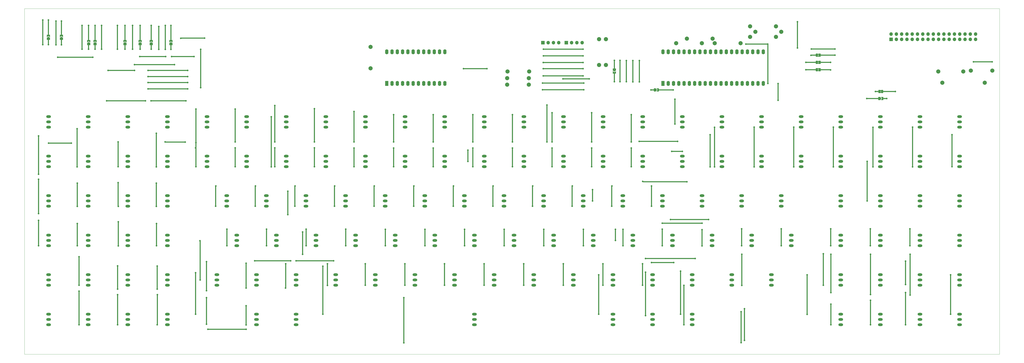
<source format=gbr>
%TF.GenerationSoftware,KiCad,Pcbnew,(6.0.5-0)*%
%TF.CreationDate,2022-06-24T21:01:44-04:00*%
%TF.ProjectId,SpaceCadet-rounded,53706163-6543-4616-9465-742d726f756e,rev?*%
%TF.SameCoordinates,Original*%
%TF.FileFunction,Copper,L1,Top*%
%TF.FilePolarity,Positive*%
%FSLAX46Y46*%
G04 Gerber Fmt 4.6, Leading zero omitted, Abs format (unit mm)*
G04 Created by KiCad (PCBNEW (6.0.5-0)) date 2022-06-24 21:01:44*
%MOMM*%
%LPD*%
G01*
G04 APERTURE LIST*
G04 Aperture macros list*
%AMFreePoly0*
4,1,6,1.000000,0.000000,0.500000,-0.750000,-0.500000,-0.750000,-0.500000,0.750000,0.500000,0.750000,1.000000,0.000000,1.000000,0.000000,$1*%
%AMFreePoly1*
4,1,6,0.500000,-0.750000,-0.650000,-0.750000,-0.150000,0.000000,-0.650000,0.750000,0.500000,0.750000,0.500000,-0.750000,0.500000,-0.750000,$1*%
G04 Aperture macros list end*
%TA.AperFunction,Profile*%
%ADD10C,0.100000*%
%TD*%
%TA.AperFunction,ComponentPad*%
%ADD11O,2.286000X1.300000*%
%TD*%
%TA.AperFunction,ComponentPad*%
%ADD12R,1.600000X2.400000*%
%TD*%
%TA.AperFunction,ComponentPad*%
%ADD13O,1.600000X2.400000*%
%TD*%
%TA.AperFunction,ComponentPad*%
%ADD14C,2.000000*%
%TD*%
%TA.AperFunction,ComponentPad*%
%ADD15R,1.700000X1.700000*%
%TD*%
%TA.AperFunction,ComponentPad*%
%ADD16O,1.700000X1.700000*%
%TD*%
%TA.AperFunction,SMDPad,CuDef*%
%ADD17FreePoly0,90.000000*%
%TD*%
%TA.AperFunction,SMDPad,CuDef*%
%ADD18FreePoly1,90.000000*%
%TD*%
%TA.AperFunction,SMDPad,CuDef*%
%ADD19FreePoly0,0.000000*%
%TD*%
%TA.AperFunction,SMDPad,CuDef*%
%ADD20FreePoly1,0.000000*%
%TD*%
%TA.AperFunction,SMDPad,CuDef*%
%ADD21R,1.000000X1.500000*%
%TD*%
%TA.AperFunction,SMDPad,CuDef*%
%ADD22FreePoly0,270.000000*%
%TD*%
%TA.AperFunction,SMDPad,CuDef*%
%ADD23FreePoly1,270.000000*%
%TD*%
%TA.AperFunction,ViaPad*%
%ADD24C,0.800000*%
%TD*%
%TA.AperFunction,Conductor*%
%ADD25C,0.500000*%
%TD*%
G04 APERTURE END LIST*
D10*
X64250000Y-81300000D02*
X533250000Y-81300000D01*
X533250000Y-81300000D02*
X533250000Y-247900000D01*
X533250000Y-247900000D02*
X64250000Y-247900000D01*
X64250000Y-247900000D02*
X64250000Y-81300000D01*
%TO.C,JP22*%
G36*
X446246600Y-104334000D02*
G01*
X445746600Y-104334000D01*
X445746600Y-103934000D01*
X446246600Y-103934000D01*
X446246600Y-104334000D01*
G37*
G36*
X446246600Y-103534000D02*
G01*
X445746600Y-103534000D01*
X445746600Y-103134000D01*
X446246600Y-103134000D01*
X446246600Y-103534000D01*
G37*
%TO.C,JP20*%
G36*
X446246600Y-110559000D02*
G01*
X445746600Y-110559000D01*
X445746600Y-110159000D01*
X446246600Y-110159000D01*
X446246600Y-110559000D01*
G37*
G36*
X446246600Y-111359000D02*
G01*
X445746600Y-111359000D01*
X445746600Y-110959000D01*
X446246600Y-110959000D01*
X446246600Y-111359000D01*
G37*
%TO.C,JP21*%
G36*
X446246600Y-107775000D02*
G01*
X445746600Y-107775000D01*
X445746600Y-107375000D01*
X446246600Y-107375000D01*
X446246600Y-107775000D01*
G37*
G36*
X446246600Y-106975000D02*
G01*
X445746600Y-106975000D01*
X445746600Y-106575000D01*
X446246600Y-106575000D01*
X446246600Y-106975000D01*
G37*
%TO.C,JP24*%
G36*
X476325000Y-121050000D02*
G01*
X475825000Y-121050000D01*
X475825000Y-120650000D01*
X476325000Y-120650000D01*
X476325000Y-121050000D01*
G37*
G36*
X476325000Y-121850000D02*
G01*
X475825000Y-121850000D01*
X475825000Y-121450000D01*
X476325000Y-121450000D01*
X476325000Y-121850000D01*
G37*
%TD*%
D11*
%TO.P,SW91,1,VCC*%
%TO.N,ROW6*%
X456825000Y-190510000D03*
%TO.P,SW91,2,+5V*%
%TO.N,+5V*%
X456825000Y-193050000D03*
%TO.P,SW91,3,VOUT*%
%TO.N,COL11*%
X456825000Y-195590000D03*
%TD*%
%TO.P,SW73,1,VCC*%
%TO.N,ROW3*%
X94875000Y-190510000D03*
%TO.P,SW73,2,+5V*%
%TO.N,+5V*%
X94875000Y-193050000D03*
%TO.P,SW73,3,VOUT*%
%TO.N,COL0*%
X94875000Y-195590000D03*
%TD*%
%TO.P,SW104,1,VCC*%
%TO.N,ROW4*%
X252037500Y-209560000D03*
%TO.P,SW104,2,+5V*%
%TO.N,+5V*%
X252037500Y-212100000D03*
%TO.P,SW104,3,VOUT*%
%TO.N,COL8*%
X252037500Y-214640000D03*
%TD*%
%TO.P,SW31,1,VCC*%
%TO.N,ROW1*%
X190125000Y-152410000D03*
%TO.P,SW31,2,+5V*%
%TO.N,+5V*%
X190125000Y-154950000D03*
%TO.P,SW31,3,VOUT*%
%TO.N,COL6*%
X190125000Y-157490000D03*
%TD*%
%TO.P,SW7,1,VCC*%
%TO.N,ROW0*%
X190125000Y-133360000D03*
%TO.P,SW7,2,+5V*%
%TO.N,+5V*%
X190125000Y-135900000D03*
%TO.P,SW7,3,VOUT*%
%TO.N,COL6*%
X190125000Y-138440000D03*
%TD*%
%TO.P,SW112,1,VCC*%
%TO.N,ROW5*%
X404437500Y-209560000D03*
%TO.P,SW112,2,+5V*%
%TO.N,+5V*%
X404437500Y-212100000D03*
%TO.P,SW112,3,VOUT*%
%TO.N,COL14*%
X404437500Y-214640000D03*
%TD*%
%TO.P,SW113,1,VCC*%
%TO.N,ROW5*%
X423487500Y-209560000D03*
%TO.P,SW113,2,+5V*%
%TO.N,+5V*%
X423487500Y-212100000D03*
%TO.P,SW113,3,VOUT*%
%TO.N,COL12*%
X423487500Y-214640000D03*
%TD*%
%TO.P,SW127,1,VCC*%
%TO.N,ROW5*%
X494925000Y-228610000D03*
%TO.P,SW127,2,+5V*%
%TO.N,+5V*%
X494925000Y-231150000D03*
%TO.P,SW127,3,VOUT*%
%TO.N,COL13*%
X494925000Y-233690000D03*
%TD*%
D12*
%TO.P,U2,1,T0*%
%TO.N,T0*%
X371353000Y-117353000D03*
D13*
%TO.P,U2,2,X1*%
%TO.N,/X1*%
X373893000Y-117353000D03*
%TO.P,U2,3,X2*%
%TO.N,/X2*%
X376433000Y-117353000D03*
%TO.P,U2,4,~{RESET}*%
%TO.N,RESET*%
X378973000Y-117353000D03*
%TO.P,U2,5,~{SS}*%
%TO.N,+5V*%
X381513000Y-117353000D03*
%TO.P,U2,6,~{INT}*%
%TO.N,INT*%
X384053000Y-117353000D03*
%TO.P,U2,7,EA*%
%TO.N,GND*%
X386593000Y-117353000D03*
%TO.P,U2,8,~{RD}*%
%TO.N,READ*%
X389133000Y-117353000D03*
%TO.P,U2,9,~{PSEN}*%
%TO.N,unconnected-(U2-Pad9)*%
X391673000Y-117353000D03*
%TO.P,U2,10,~{WR}*%
%TO.N,WRITE*%
X394213000Y-117353000D03*
%TO.P,U2,11,ALE*%
%TO.N,unconnected-(U2-Pad11)*%
X396753000Y-117353000D03*
%TO.P,U2,12,DB.0*%
%TO.N,/DB0*%
X399293000Y-117353000D03*
%TO.P,U2,13,DB.1*%
%TO.N,/DB1*%
X401833000Y-117353000D03*
%TO.P,U2,14,DB.2*%
%TO.N,/DB2*%
X404373000Y-117353000D03*
%TO.P,U2,15,DB.3*%
%TO.N,/DB3*%
X406913000Y-117353000D03*
%TO.P,U2,16,DB.4*%
%TO.N,/DB4*%
X409453000Y-117353000D03*
%TO.P,U2,17,DB.5*%
%TO.N,/DB5*%
X411993000Y-117353000D03*
%TO.P,U2,18,DB.6*%
%TO.N,/DB6*%
X414533000Y-117353000D03*
%TO.P,U2,19,DB.7*%
%TO.N,/DB7*%
X417073000Y-117353000D03*
%TO.P,U2,20,GND*%
%TO.N,GND*%
X419613000Y-117353000D03*
%TO.P,U2,21,P2.0*%
%TO.N,ROW0*%
X419613000Y-102113000D03*
%TO.P,U2,22,P2.1*%
%TO.N,ROW1*%
X417073000Y-102113000D03*
%TO.P,U2,23,P2.2*%
%TO.N,ROW2*%
X414533000Y-102113000D03*
%TO.P,U2,24,P2.3*%
%TO.N,ROW3*%
X411993000Y-102113000D03*
%TO.P,U2,25,PROG*%
%TO.N,unconnected-(U2-Pad25)*%
X409453000Y-102113000D03*
%TO.P,U2,26,VDD*%
%TO.N,+5V*%
X406913000Y-102113000D03*
%TO.P,U2,27,P1.0*%
%TO.N,/A0*%
X404373000Y-102113000D03*
%TO.P,U2,28,P1.1*%
%TO.N,/A1*%
X401833000Y-102113000D03*
%TO.P,U2,29,P1.2*%
%TO.N,/A2*%
X399293000Y-102113000D03*
%TO.P,U2,30,P1.3*%
%TO.N,/A3*%
X396753000Y-102113000D03*
%TO.P,U2,31,P1.4*%
%TO.N,/A4*%
X394213000Y-102113000D03*
%TO.P,U2,32,P1.5*%
%TO.N,A5*%
X391673000Y-102113000D03*
%TO.P,U2,33,P1.6*%
%TO.N,A6*%
X389133000Y-102113000D03*
%TO.P,U2,34,P1.7*%
%TO.N,A7*%
X386593000Y-102113000D03*
%TO.P,U2,35,P2.4*%
%TO.N,ROW4*%
X384053000Y-102113000D03*
%TO.P,U2,36,P2.5*%
%TO.N,ROW5*%
X381513000Y-102113000D03*
%TO.P,U2,37,P2.6*%
%TO.N,ROW6*%
X378973000Y-102113000D03*
%TO.P,U2,38,P2.7*%
%TO.N,ROW7*%
X376433000Y-102113000D03*
%TO.P,U2,39,T1*%
%TO.N,T1*%
X373893000Y-102113000D03*
%TO.P,U2,40,VCC*%
%TO.N,+5V*%
X371353000Y-102113000D03*
%TD*%
D11*
%TO.P,SW1,1,VCC*%
%TO.N,ROW7*%
X75825000Y-133360000D03*
%TO.P,SW1,2,+5V*%
%TO.N,+5V*%
X75825000Y-135900000D03*
%TO.P,SW1,3,VOUT*%
%TO.N,COL4*%
X75825000Y-138440000D03*
%TD*%
D14*
%TO.P,C12,1*%
%TO.N,+5V*%
X230710000Y-99680000D03*
%TO.P,C12,2*%
%TO.N,GND*%
X230710000Y-110080000D03*
%TD*%
D11*
%TO.P,SW10,1,VCC*%
%TO.N,ROW0*%
X247275000Y-133360000D03*
%TO.P,SW10,2,+5V*%
%TO.N,+5V*%
X247275000Y-135900000D03*
%TO.P,SW10,3,VOUT*%
%TO.N,COL9*%
X247275000Y-138440000D03*
%TD*%
D14*
%TO.P,C15,1*%
%TO.N,+5V*%
X529770000Y-111150000D03*
%TO.P,C15,2*%
%TO.N,GND*%
X519370000Y-111150000D03*
%TD*%
D11*
%TO.P,SW59,1,VCC*%
%TO.N,ROW2*%
X275850000Y-171460000D03*
%TO.P,SW59,2,+5V*%
%TO.N,+5V*%
X275850000Y-174000000D03*
%TO.P,SW59,3,VOUT*%
%TO.N,COL10*%
X275850000Y-176540000D03*
%TD*%
D15*
%TO.P,J0,1,Pin_1*%
%TO.N,A5*%
X481071000Y-96074000D03*
D16*
%TO.P,J0,2,Pin_2*%
%TO.N,CONN2*%
X481071000Y-93534000D03*
%TO.P,J0,3,Pin_3*%
%TO.N,CONN3*%
X483611000Y-96074000D03*
%TO.P,J0,4,Pin_4*%
%TO.N,CONN4*%
X483611000Y-93534000D03*
%TO.P,J0,5,Pin_5*%
%TO.N,CONN5*%
X486151000Y-96074000D03*
%TO.P,J0,6,Pin_6*%
%TO.N,CONN6*%
X486151000Y-93534000D03*
%TO.P,J0,7,Pin_7*%
%TO.N,unconnected-(J0-Pad7)*%
X488691000Y-96074000D03*
%TO.P,J0,8,Pin_8*%
%TO.N,CONN8*%
X488691000Y-93534000D03*
%TO.P,J0,9,Pin_9*%
%TO.N,CONN9*%
X491231000Y-96074000D03*
%TO.P,J0,10,Pin_10*%
%TO.N,CONN10*%
X491231000Y-93534000D03*
%TO.P,J0,11,Pin_11*%
%TO.N,/DB4*%
X493771000Y-96074000D03*
%TO.P,J0,12,Pin_12*%
%TO.N,unconnected-(J0-Pad12)*%
X493771000Y-93534000D03*
%TO.P,J0,13,Pin_13*%
%TO.N,/DB5*%
X496311000Y-96074000D03*
%TO.P,J0,14,Pin_14*%
%TO.N,unconnected-(J0-Pad14)*%
X496311000Y-93534000D03*
%TO.P,J0,15,Pin_15*%
%TO.N,/DB6*%
X498851000Y-96074000D03*
%TO.P,J0,16,Pin_16*%
%TO.N,unconnected-(J0-Pad16)*%
X498851000Y-93534000D03*
%TO.P,J0,17,Pin_17*%
%TO.N,/DB7*%
X501391000Y-96074000D03*
%TO.P,J0,18,Pin_18*%
%TO.N,unconnected-(J0-Pad18)*%
X501391000Y-93534000D03*
%TO.P,J0,19,Pin_19*%
%TO.N,/DB3*%
X503931000Y-96074000D03*
%TO.P,J0,20,Pin_20*%
%TO.N,+5V*%
X503931000Y-93534000D03*
%TO.P,J0,21,Pin_21*%
%TO.N,/DB2*%
X506471000Y-96074000D03*
%TO.P,J0,22,Pin_22*%
%TO.N,+5V*%
X506471000Y-93534000D03*
%TO.P,J0,23,Pin_23*%
%TO.N,/DB1*%
X509011000Y-96074000D03*
%TO.P,J0,24,Pin_24*%
%TO.N,GND*%
X509011000Y-93534000D03*
%TO.P,J0,25,Pin_25*%
%TO.N,/DB0*%
X511551000Y-96074000D03*
%TO.P,J0,26,Pin_26*%
%TO.N,GND*%
X511551000Y-93534000D03*
%TO.P,J0,27,Pin_27*%
%TO.N,CONN27*%
X514091000Y-96074000D03*
%TO.P,J0,28,Pin_28*%
%TO.N,GND*%
X514091000Y-93534000D03*
%TO.P,J0,29,Pin_29*%
%TO.N,CONN29*%
X516631000Y-96074000D03*
%TO.P,J0,30,Pin_30*%
%TO.N,GND*%
X516631000Y-93534000D03*
%TO.P,J0,31,Pin_31*%
%TO.N,RESET*%
X519171000Y-96074000D03*
%TO.P,J0,32,Pin_32*%
%TO.N,GND*%
X519171000Y-93534000D03*
%TO.P,J0,33,Pin_33*%
%TO.N,CONN33*%
X521711000Y-96074000D03*
%TO.P,J0,34,Pin_34*%
%TO.N,GND*%
X521711000Y-93534000D03*
%TD*%
D11*
%TO.P,SW98,1,VCC*%
%TO.N,ROW4*%
X132975000Y-209560000D03*
%TO.P,SW98,2,+5V*%
%TO.N,+5V*%
X132975000Y-212100000D03*
%TO.P,SW98,3,VOUT*%
%TO.N,COL2*%
X132975000Y-214640000D03*
%TD*%
%TO.P,SW93,1,VCC*%
%TO.N,ROW6*%
X494925000Y-190510000D03*
%TO.P,SW93,2,+5V*%
%TO.N,+5V*%
X494925000Y-193050000D03*
%TO.P,SW93,3,VOUT*%
%TO.N,COL9*%
X494925000Y-195590000D03*
%TD*%
D12*
%TO.P,U1,1,S0*%
%TO.N,COL0*%
X238501000Y-117328000D03*
D13*
%TO.P,U1,2,S1*%
%TO.N,COL1*%
X241041000Y-117328000D03*
%TO.P,U1,3,S2*%
%TO.N,COL2*%
X243581000Y-117328000D03*
%TO.P,U1,4,S3*%
%TO.N,/COL3*%
X246121000Y-117328000D03*
%TO.P,U1,5,S4*%
%TO.N,COL4*%
X248661000Y-117328000D03*
%TO.P,U1,6,S5*%
%TO.N,/COL5*%
X251201000Y-117328000D03*
%TO.P,U1,7,S6*%
%TO.N,/COL6*%
X253741000Y-117328000D03*
%TO.P,U1,8,S7*%
%TO.N,/COL7*%
X256281000Y-117328000D03*
%TO.P,U1,9,S8*%
%TO.N,/COL8*%
X258821000Y-117328000D03*
%TO.P,U1,10,S9*%
%TO.N,/COL9*%
X261361000Y-117328000D03*
%TO.P,U1,11,S10*%
%TO.N,/COL10*%
X263901000Y-117328000D03*
%TO.P,U1,12,GND*%
%TO.N,GND*%
X266441000Y-117328000D03*
%TO.P,U1,13,S11*%
%TO.N,/COL11*%
X266441000Y-102088000D03*
%TO.P,U1,14,S12*%
%TO.N,/COL12*%
X263901000Y-102088000D03*
%TO.P,U1,15,S13*%
%TO.N,/COL13*%
X261361000Y-102088000D03*
%TO.P,U1,16,S14*%
%TO.N,/COL14*%
X258821000Y-102088000D03*
%TO.P,U1,17,S15*%
%TO.N,/COL15*%
X256281000Y-102088000D03*
%TO.P,U1,18,E0*%
%TO.N,/A0*%
X253741000Y-102088000D03*
%TO.P,U1,19,E1*%
%TO.N,GND*%
X251201000Y-102088000D03*
%TO.P,U1,20,A3*%
%TO.N,/A1*%
X248661000Y-102088000D03*
%TO.P,U1,21,A2*%
%TO.N,/A2*%
X246121000Y-102088000D03*
%TO.P,U1,22,A1*%
%TO.N,/A3*%
X243581000Y-102088000D03*
%TO.P,U1,23,A0*%
%TO.N,/A4*%
X241041000Y-102088000D03*
%TO.P,U1,24,VCC*%
%TO.N,+5V*%
X238501000Y-102088000D03*
%TD*%
D11*
%TO.P,SW119,1,VCC*%
%TO.N,ROW5*%
X94875000Y-228610000D03*
%TO.P,SW119,2,+5V*%
%TO.N,+5V*%
X94875000Y-231150000D03*
%TO.P,SW119,3,VOUT*%
%TO.N,COL1*%
X94875000Y-233690000D03*
%TD*%
%TO.P,SW57,1,VCC*%
%TO.N,ROW2*%
X237750000Y-171460000D03*
%TO.P,SW57,2,+5V*%
%TO.N,+5V*%
X237750000Y-174000000D03*
%TO.P,SW57,3,VOUT*%
%TO.N,COL8*%
X237750000Y-176540000D03*
%TD*%
%TO.P,SW92,1,VCC*%
%TO.N,ROW6*%
X475875000Y-190510000D03*
%TO.P,SW92,2,+5V*%
%TO.N,+5V*%
X475875000Y-193050000D03*
%TO.P,SW92,3,VOUT*%
%TO.N,COL10*%
X475875000Y-195590000D03*
%TD*%
%TO.P,SW83,1,VCC*%
%TO.N,ROW3*%
X299662500Y-190510000D03*
%TO.P,SW83,2,+5V*%
%TO.N,+5V*%
X299662500Y-193050000D03*
%TO.P,SW83,3,VOUT*%
%TO.N,COL11*%
X299662500Y-195590000D03*
%TD*%
D15*
%TO.P,J3_2,1,Pin_1*%
%TO.N,ROW4*%
X324866000Y-97663000D03*
D16*
%TO.P,J3_2,2,Pin_2*%
%TO.N,ROW5*%
X327406000Y-97663000D03*
%TO.P,J3_2,3,Pin_3*%
%TO.N,ROW6*%
X329946000Y-97663000D03*
%TO.P,J3_2,4,Pin_4*%
%TO.N,ROW7*%
X332486000Y-97663000D03*
%TD*%
D11*
%TO.P,SW97,1,VCC*%
%TO.N,ROW4*%
X113925000Y-209560000D03*
%TO.P,SW97,2,+5V*%
%TO.N,+5V*%
X113925000Y-212100000D03*
%TO.P,SW97,3,VOUT*%
%TO.N,COL0*%
X113925000Y-214640000D03*
%TD*%
%TO.P,SW76,1,VCC*%
%TO.N,ROW3*%
X166312500Y-190510000D03*
%TO.P,SW76,2,+5V*%
%TO.N,+5V*%
X166312500Y-193050000D03*
%TO.P,SW76,3,VOUT*%
%TO.N,COL4*%
X166312500Y-195590000D03*
%TD*%
D14*
%TO.P,R11,1*%
%TO.N,GND*%
X425670000Y-89790000D03*
%TO.P,R11,2*%
%TO.N,ROW0*%
X413270000Y-89790000D03*
%TD*%
D11*
%TO.P,SW110,1,VCC*%
%TO.N,ROW4*%
X366337500Y-209560000D03*
%TO.P,SW110,2,+5V*%
%TO.N,+5V*%
X366337500Y-212100000D03*
%TO.P,SW110,3,VOUT*%
%TO.N,COL15*%
X366337500Y-214640000D03*
%TD*%
%TO.P,SW128,1,VCC*%
%TO.N,ROW5*%
X513975000Y-228610000D03*
%TO.P,SW128,2,+5V*%
%TO.N,+5V*%
X513975000Y-231150000D03*
%TO.P,SW128,3,VOUT*%
%TO.N,COL15*%
X513975000Y-233690000D03*
%TD*%
%TO.P,SW55,1,VCC*%
%TO.N,ROW2*%
X199650000Y-171460000D03*
%TO.P,SW55,2,+5V*%
%TO.N,+5V*%
X199650000Y-174000000D03*
%TO.P,SW55,3,VOUT*%
%TO.N,COL6*%
X199650000Y-176540000D03*
%TD*%
%TO.P,SW5,1,VCC*%
%TO.N,ROW0*%
X152025000Y-133360000D03*
%TO.P,SW5,2,+5V*%
%TO.N,+5V*%
X152025000Y-135900000D03*
%TO.P,SW5,3,VOUT*%
%TO.N,COL3*%
X152025000Y-138440000D03*
%TD*%
D17*
%TO.P,JP29,1,A*%
%TO.N,ROW0*%
X112572800Y-98362600D03*
D18*
%TO.P,JP29,2,B*%
%TO.N,CONN6*%
X112572800Y-96912600D03*
%TD*%
D11*
%TO.P,SW105,1,VCC*%
%TO.N,ROW4*%
X271087500Y-209560000D03*
%TO.P,SW105,2,+5V*%
%TO.N,+5V*%
X271087500Y-212100000D03*
%TO.P,SW105,3,VOUT*%
%TO.N,COL9*%
X271087500Y-214640000D03*
%TD*%
%TO.P,SW33,1,VCC*%
%TO.N,ROW1*%
X228225000Y-152410000D03*
%TO.P,SW33,2,+5V*%
%TO.N,+5V*%
X228225000Y-154950000D03*
%TO.P,SW33,3,VOUT*%
%TO.N,COL8*%
X228225000Y-157490000D03*
%TD*%
%TO.P,SW86,1,VCC*%
%TO.N,ROW3*%
X356812500Y-190510000D03*
%TO.P,SW86,2,+5V*%
%TO.N,+5V*%
X356812500Y-193050000D03*
%TO.P,SW86,3,VOUT*%
%TO.N,COL15*%
X356812500Y-195590000D03*
%TD*%
%TO.P,SW61,1,VCC*%
%TO.N,ROW2*%
X313950000Y-171460000D03*
%TO.P,SW61,2,+5V*%
%TO.N,+5V*%
X313950000Y-174000000D03*
%TO.P,SW61,3,VOUT*%
%TO.N,COL12*%
X313950000Y-176540000D03*
%TD*%
%TO.P,SW8,1,VCC*%
%TO.N,ROW0*%
X209175000Y-133360000D03*
%TO.P,SW8,2,+5V*%
%TO.N,+5V*%
X209175000Y-135900000D03*
%TO.P,SW8,3,VOUT*%
%TO.N,COL7*%
X209175000Y-138440000D03*
%TD*%
D14*
%TO.P,C16,1*%
%TO.N,+5V*%
X526130000Y-117010000D03*
%TO.P,C16,2*%
%TO.N,GND*%
X505730000Y-117010000D03*
%TD*%
D11*
%TO.P,SW15,1,VCC*%
%TO.N,ROW0*%
X342525000Y-133360000D03*
%TO.P,SW15,2,+5V*%
%TO.N,+5V*%
X342525000Y-135900000D03*
%TO.P,SW15,3,VOUT*%
%TO.N,COL15*%
X342525000Y-138440000D03*
%TD*%
%TO.P,SW69,1,VCC*%
%TO.N,ROW7*%
X475875000Y-171460000D03*
%TO.P,SW69,2,+5V*%
%TO.N,+5V*%
X475875000Y-174000000D03*
%TO.P,SW69,3,VOUT*%
%TO.N,COL10*%
X475875000Y-176540000D03*
%TD*%
%TO.P,SW50,1,VCC*%
%TO.N,ROW2*%
X94875000Y-171460000D03*
%TO.P,SW50,2,+5V*%
%TO.N,+5V*%
X94875000Y-174000000D03*
%TO.P,SW50,3,VOUT*%
%TO.N,COL0*%
X94875000Y-176540000D03*
%TD*%
%TO.P,SW44,1,VCC*%
%TO.N,ROW6*%
X437775000Y-152410000D03*
%TO.P,SW44,2,+5V*%
%TO.N,+5V*%
X437775000Y-154950000D03*
%TO.P,SW44,3,VOUT*%
%TO.N,COL3*%
X437775000Y-157490000D03*
%TD*%
%TO.P,SW115,1,VCC*%
%TO.N,ROW5*%
X475875000Y-209560000D03*
%TO.P,SW115,2,+5V*%
%TO.N,+5V*%
X475875000Y-212100000D03*
%TO.P,SW115,3,VOUT*%
%TO.N,COL10*%
X475875000Y-214640000D03*
%TD*%
%TO.P,SW16,1,VCC*%
%TO.N,ROW0*%
X361575000Y-133360000D03*
%TO.P,SW16,2,+5V*%
%TO.N,+5V*%
X361575000Y-135900000D03*
%TO.P,SW16,3,VOUT*%
%TO.N,COL13*%
X361575000Y-138440000D03*
%TD*%
D14*
%TO.P,R7,1*%
%TO.N,GND*%
X395230000Y-95780000D03*
%TO.P,R7,2*%
%TO.N,ROW4*%
X382830000Y-95780000D03*
%TD*%
D11*
%TO.P,SW19,1,VCC*%
%TO.N,ROW7*%
X418725000Y-133360000D03*
%TO.P,SW19,2,+5V*%
%TO.N,+5V*%
X418725000Y-135900000D03*
%TO.P,SW19,3,VOUT*%
%TO.N,COL7*%
X418725000Y-138440000D03*
%TD*%
%TO.P,SW120,1,VCC*%
%TO.N,ROW5*%
X113925000Y-228610000D03*
%TO.P,SW120,2,+5V*%
%TO.N,+5V*%
X113925000Y-231150000D03*
%TO.P,SW120,3,VOUT*%
%TO.N,COL0*%
X113925000Y-233690000D03*
%TD*%
%TO.P,SW49,1,VCC*%
%TO.N,ROW2*%
X75825000Y-171460000D03*
%TO.P,SW49,2,+5V*%
%TO.N,+5V*%
X75825000Y-174000000D03*
%TO.P,SW49,3,VOUT*%
%TO.N,COL1*%
X75825000Y-176540000D03*
%TD*%
%TO.P,SW70,1,VCC*%
%TO.N,ROW7*%
X494925000Y-171460000D03*
%TO.P,SW70,2,+5V*%
%TO.N,+5V*%
X494925000Y-174000000D03*
%TO.P,SW70,3,VOUT*%
%TO.N,COL9*%
X494925000Y-176540000D03*
%TD*%
D14*
%TO.P,R5,1*%
%TO.N,GND*%
X343870000Y-96020000D03*
%TO.P,R5,2*%
%TO.N,ROW7*%
X343870000Y-108420000D03*
%TD*%
%TO.P,C13,1*%
%TO.N,/X1*%
X306830000Y-114760000D03*
%TO.P,C13,2*%
%TO.N,GND*%
X296430000Y-114760000D03*
%TD*%
D11*
%TO.P,SW28,1,VCC*%
%TO.N,ROW1*%
X132975000Y-152410000D03*
%TO.P,SW28,2,+5V*%
%TO.N,+5V*%
X132975000Y-154950000D03*
%TO.P,SW28,3,VOUT*%
%TO.N,COL3*%
X132975000Y-157490000D03*
%TD*%
D17*
%TO.P,JP30,1,A*%
%TO.N,COL0*%
X119888000Y-98362600D03*
D18*
%TO.P,JP30,2,B*%
%TO.N,GND*%
X119888000Y-96912600D03*
%TD*%
D11*
%TO.P,SW54,1,VCC*%
%TO.N,ROW2*%
X180600000Y-171460000D03*
%TO.P,SW54,2,+5V*%
%TO.N,+5V*%
X180600000Y-174000000D03*
%TO.P,SW54,3,VOUT*%
%TO.N,COL5*%
X180600000Y-176540000D03*
%TD*%
%TO.P,SW67,1,VCC*%
%TO.N,ROW7*%
X428250000Y-171460000D03*
%TO.P,SW67,2,+5V*%
%TO.N,+5V*%
X428250000Y-174000000D03*
%TO.P,SW67,3,VOUT*%
%TO.N,COL12*%
X428250000Y-176540000D03*
%TD*%
D19*
%TO.P,JP19,1,A*%
%TO.N,T0*%
X367396600Y-120434000D03*
D20*
%TO.P,JP19,2,B*%
%TO.N,CONN33*%
X368846600Y-120434000D03*
%TD*%
D11*
%TO.P,SW56,1,VCC*%
%TO.N,ROW2*%
X218700000Y-171460000D03*
%TO.P,SW56,2,+5V*%
%TO.N,+5V*%
X218700000Y-174000000D03*
%TO.P,SW56,3,VOUT*%
%TO.N,COL7*%
X218700000Y-176540000D03*
%TD*%
%TO.P,SW89,1,VCC*%
%TO.N,ROW6*%
X413962500Y-190510000D03*
%TO.P,SW89,2,+5V*%
%TO.N,+5V*%
X413962500Y-193050000D03*
%TO.P,SW89,3,VOUT*%
%TO.N,COL14*%
X413962500Y-195590000D03*
%TD*%
%TO.P,SW48,1,VCC*%
%TO.N,ROW6*%
X513975000Y-152410000D03*
%TO.P,SW48,2,+5V*%
%TO.N,+5V*%
X513975000Y-154950000D03*
%TO.P,SW48,3,VOUT*%
%TO.N,COL15*%
X513975000Y-157490000D03*
%TD*%
%TO.P,SW122,1,VCC*%
%TO.N,ROW0*%
X175837500Y-228610000D03*
%TO.P,SW122,2,+5V*%
%TO.N,+5V*%
X175837500Y-231150000D03*
%TO.P,SW122,3,VOUT*%
%TO.N,COL4*%
X175837500Y-233690000D03*
%TD*%
%TO.P,SW84,1,VCC*%
%TO.N,ROW3*%
X318712500Y-190510000D03*
%TO.P,SW84,2,+5V*%
%TO.N,+5V*%
X318712500Y-193050000D03*
%TO.P,SW84,3,VOUT*%
%TO.N,COL12*%
X318712500Y-195590000D03*
%TD*%
D21*
%TO.P,JP22,1,A*%
%TO.N,A6*%
X445346600Y-103734000D03*
%TO.P,JP22,2,B*%
%TO.N,CONN3*%
X446646600Y-103734000D03*
%TD*%
D11*
%TO.P,SW123,1,VCC*%
%TO.N,ROW4*%
X280612500Y-228610000D03*
%TO.P,SW123,2,+5V*%
%TO.N,+5V*%
X280612500Y-231150000D03*
%TO.P,SW123,3,VOUT*%
%TO.N,COL13*%
X280612500Y-233690000D03*
%TD*%
%TO.P,SW62,1,VCC*%
%TO.N,ROW2*%
X333000000Y-171460000D03*
%TO.P,SW62,2,+5V*%
%TO.N,+5V*%
X333000000Y-174000000D03*
%TO.P,SW62,3,VOUT*%
%TO.N,COL14*%
X333000000Y-176540000D03*
%TD*%
%TO.P,SW100,1,VCC*%
%TO.N,ROW4*%
X175837500Y-209560000D03*
%TO.P,SW100,2,+5V*%
%TO.N,+5V*%
X175837500Y-212100000D03*
%TO.P,SW100,3,VOUT*%
%TO.N,COL4*%
X175837500Y-214640000D03*
%TD*%
%TO.P,SW22,1,VCC*%
%TO.N,ROW7*%
X475875000Y-133360000D03*
%TO.P,SW22,2,+5V*%
%TO.N,+5V*%
X475875000Y-135900000D03*
%TO.P,SW22,3,VOUT*%
%TO.N,COL0*%
X475875000Y-138440000D03*
%TD*%
%TO.P,SW116,1,VCC*%
%TO.N,ROW5*%
X494925000Y-209560000D03*
%TO.P,SW116,2,+5V*%
%TO.N,+5V*%
X494925000Y-212100000D03*
%TO.P,SW116,3,VOUT*%
%TO.N,COL9*%
X494925000Y-214640000D03*
%TD*%
%TO.P,SW32,1,VCC*%
%TO.N,ROW1*%
X209175000Y-152410000D03*
%TO.P,SW32,2,+5V*%
%TO.N,+5V*%
X209175000Y-154950000D03*
%TO.P,SW32,3,VOUT*%
%TO.N,COL7*%
X209175000Y-157490000D03*
%TD*%
%TO.P,SW51,1,VCC*%
%TO.N,ROW2*%
X113925000Y-171460000D03*
%TO.P,SW51,2,+5V*%
%TO.N,+5V*%
X113925000Y-174000000D03*
%TO.P,SW51,3,VOUT*%
%TO.N,COL2*%
X113925000Y-176540000D03*
%TD*%
D14*
%TO.P,R9,1*%
%TO.N,GND*%
X425670000Y-94880000D03*
%TO.P,R9,2*%
%TO.N,ROW2*%
X413270000Y-94880000D03*
%TD*%
D21*
%TO.P,JP20,1,A*%
%TO.N,WRITE*%
X445346600Y-110759000D03*
%TO.P,JP20,2,B*%
%TO.N,CONN9*%
X446646600Y-110759000D03*
%TD*%
D11*
%TO.P,SW24,1,VCC*%
%TO.N,ROW7*%
X513975000Y-133360000D03*
%TO.P,SW24,2,+5V*%
%TO.N,+5V*%
X513975000Y-135900000D03*
%TO.P,SW24,3,VOUT*%
%TO.N,COL15*%
X513975000Y-138440000D03*
%TD*%
%TO.P,SW14,1,VCC*%
%TO.N,ROW0*%
X323475034Y-133360008D03*
%TO.P,SW14,2,+5V*%
%TO.N,+5V*%
X323475034Y-135900008D03*
%TO.P,SW14,3,VOUT*%
%TO.N,COL14*%
X323475034Y-138440008D03*
%TD*%
%TO.P,SW40,1,VCC*%
%TO.N,ROW1*%
X361575000Y-152410000D03*
%TO.P,SW40,2,+5V*%
%TO.N,+5V*%
X361575000Y-154950000D03*
%TO.P,SW40,3,VOUT*%
%TO.N,COL13*%
X361575000Y-157490000D03*
%TD*%
%TO.P,SW64,1,VCC*%
%TO.N,ROW2*%
X371100000Y-171460000D03*
%TO.P,SW64,2,+5V*%
%TO.N,+5V*%
X371100000Y-174000000D03*
%TO.P,SW64,3,VOUT*%
%TO.N,COL13*%
X371100000Y-176540000D03*
%TD*%
%TO.P,SW95,1,VCC*%
%TO.N,ROW5*%
X75825000Y-209560000D03*
%TO.P,SW95,2,+5V*%
%TO.N,+5V*%
X75825000Y-212100000D03*
%TO.P,SW95,3,VOUT*%
%TO.N,COL5*%
X75825000Y-214640000D03*
%TD*%
%TO.P,SW82,1,VCC*%
%TO.N,ROW3*%
X280612500Y-190510000D03*
%TO.P,SW82,2,+5V*%
%TO.N,+5V*%
X280612500Y-193050000D03*
%TO.P,SW82,3,VOUT*%
%TO.N,COL10*%
X280612500Y-195590000D03*
%TD*%
%TO.P,SW17,1,VCC*%
%TO.N,ROW7*%
X380625000Y-133360000D03*
%TO.P,SW17,2,+5V*%
%TO.N,+5V*%
X380625000Y-135900000D03*
%TO.P,SW17,3,VOUT*%
%TO.N,COL6*%
X380625000Y-138440000D03*
%TD*%
%TO.P,SW87,1,VCC*%
%TO.N,ROW3*%
X375862500Y-190510000D03*
%TO.P,SW87,2,+5V*%
%TO.N,+5V*%
X375862500Y-193050000D03*
%TO.P,SW87,3,VOUT*%
%TO.N,COL13*%
X375862500Y-195590000D03*
%TD*%
D17*
%TO.P,JP26,1,A*%
%TO.N,COL4*%
X82042000Y-95859600D03*
D18*
%TO.P,JP26,2,B*%
%TO.N,GND*%
X82042000Y-94409600D03*
%TD*%
D11*
%TO.P,SW99,1,VCC*%
%TO.N,ROW4*%
X156787500Y-209560000D03*
%TO.P,SW99,2,+5V*%
%TO.N,+5V*%
X156787500Y-212100000D03*
%TO.P,SW99,3,VOUT*%
%TO.N,COL3*%
X156787500Y-214640000D03*
%TD*%
D14*
%TO.P,R8,1*%
%TO.N,GND*%
X396240000Y-97960000D03*
%TO.P,R8,2*%
%TO.N,ROW3*%
X408640000Y-97960000D03*
%TD*%
D11*
%TO.P,SW124,1,VCC*%
%TO.N,ROW6*%
X366337500Y-228610000D03*
%TO.P,SW124,2,+5V*%
%TO.N,+5V*%
X366337500Y-231150000D03*
%TO.P,SW124,3,VOUT*%
%TO.N,COL4*%
X366337500Y-233690000D03*
%TD*%
%TO.P,SW88,1,VCC*%
%TO.N,ROW6*%
X394912500Y-190510000D03*
%TO.P,SW88,2,+5V*%
%TO.N,+5V*%
X394912500Y-193050000D03*
%TO.P,SW88,3,VOUT*%
%TO.N,COL13*%
X394912500Y-195590000D03*
%TD*%
D14*
%TO.P,R4,1*%
%TO.N,GND*%
X340590000Y-96020000D03*
%TO.P,R4,2*%
%TO.N,ROW6*%
X340590000Y-108420000D03*
%TD*%
D11*
%TO.P,SW90,1,VCC*%
%TO.N,ROW6*%
X433012500Y-190510000D03*
%TO.P,SW90,2,+5V*%
%TO.N,+5V*%
X433012500Y-193050000D03*
%TO.P,SW90,3,VOUT*%
%TO.N,COL12*%
X433012500Y-195590000D03*
%TD*%
D14*
%TO.P,R6,1*%
%TO.N,GND*%
X390040000Y-97950000D03*
%TO.P,R6,2*%
%TO.N,ROW5*%
X377640000Y-97950000D03*
%TD*%
D11*
%TO.P,SW107,1,VCC*%
%TO.N,ROW4*%
X309187500Y-209560000D03*
%TO.P,SW107,2,+5V*%
%TO.N,+5V*%
X309187500Y-212100000D03*
%TO.P,SW107,3,VOUT*%
%TO.N,COL11*%
X309187500Y-214640000D03*
%TD*%
D14*
%TO.P,Y3,1,1*%
%TO.N,/X2*%
X296600000Y-111550000D03*
%TO.P,Y3,2,2*%
%TO.N,/X1*%
X307000000Y-111550000D03*
%TD*%
D11*
%TO.P,SW101,1,VCC*%
%TO.N,ROW4*%
X194887500Y-209560000D03*
%TO.P,SW101,2,+5V*%
%TO.N,+5V*%
X194887500Y-212100000D03*
%TO.P,SW101,3,VOUT*%
%TO.N,COL5*%
X194887500Y-214640000D03*
%TD*%
%TO.P,SW46,1,VCC*%
%TO.N,ROW6*%
X475875000Y-152410000D03*
%TO.P,SW46,2,+5V*%
%TO.N,+5V*%
X475875000Y-154950000D03*
%TO.P,SW46,3,VOUT*%
%TO.N,COL0*%
X475875000Y-157490000D03*
%TD*%
%TO.P,SW109,1,VCC*%
%TO.N,ROW4*%
X347287500Y-209560000D03*
%TO.P,SW109,2,+5V*%
%TO.N,+5V*%
X347287500Y-212100000D03*
%TO.P,SW109,3,VOUT*%
%TO.N,COL14*%
X347287500Y-214640000D03*
%TD*%
%TO.P,SW66,1,VCC*%
%TO.N,ROW7*%
X409200000Y-171460000D03*
%TO.P,SW66,2,+5V*%
%TO.N,+5V*%
X409200000Y-174000000D03*
%TO.P,SW66,3,VOUT*%
%TO.N,COL14*%
X409200000Y-176540000D03*
%TD*%
%TO.P,SW79,1,VCC*%
%TO.N,ROW3*%
X223462500Y-190510000D03*
%TO.P,SW79,2,+5V*%
%TO.N,+5V*%
X223462500Y-193050000D03*
%TO.P,SW79,3,VOUT*%
%TO.N,COL7*%
X223462500Y-195590000D03*
%TD*%
%TO.P,SW102,1,VCC*%
%TO.N,ROW4*%
X213937500Y-209560000D03*
%TO.P,SW102,2,+5V*%
%TO.N,+5V*%
X213937500Y-212100000D03*
%TO.P,SW102,3,VOUT*%
%TO.N,COL6*%
X213937500Y-214640000D03*
%TD*%
%TO.P,SW85,1,VCC*%
%TO.N,ROW3*%
X337762500Y-190510000D03*
%TO.P,SW85,2,+5V*%
%TO.N,+5V*%
X337762500Y-193050000D03*
%TO.P,SW85,3,VOUT*%
%TO.N,COL14*%
X337762500Y-195590000D03*
%TD*%
%TO.P,SW121,1,VCC*%
%TO.N,ROW5*%
X132975000Y-228610000D03*
%TO.P,SW121,2,+5V*%
%TO.N,+5V*%
X132975000Y-231150000D03*
%TO.P,SW121,3,VOUT*%
%TO.N,COL2*%
X132975000Y-233690000D03*
%TD*%
%TO.P,SW52,1,VCC*%
%TO.N,ROW2*%
X132975000Y-171460000D03*
%TO.P,SW52,2,+5V*%
%TO.N,+5V*%
X132975000Y-174000000D03*
%TO.P,SW52,3,VOUT*%
%TO.N,COL3*%
X132975000Y-176540000D03*
%TD*%
%TO.P,SW23,1,VCC*%
%TO.N,ROW7*%
X494925000Y-133360000D03*
%TO.P,SW23,2,+5V*%
%TO.N,+5V*%
X494925000Y-135900000D03*
%TO.P,SW23,3,VOUT*%
%TO.N,COL1*%
X494925000Y-138440000D03*
%TD*%
%TO.P,SW21,1,VCC*%
%TO.N,ROW7*%
X456825000Y-133360000D03*
%TO.P,SW21,2,+5V*%
%TO.N,+5V*%
X456825000Y-135900000D03*
%TO.P,SW21,3,VOUT*%
%TO.N,COL2*%
X456825000Y-138440000D03*
%TD*%
%TO.P,SW68,1,VCC*%
%TO.N,ROW7*%
X456825000Y-171460000D03*
%TO.P,SW68,2,+5V*%
%TO.N,+5V*%
X456825000Y-174000000D03*
%TO.P,SW68,3,VOUT*%
%TO.N,COL11*%
X456825000Y-176540000D03*
%TD*%
D15*
%TO.P,J3_1,1,Pin_1*%
%TO.N,ROW0*%
X313573000Y-97663000D03*
D16*
%TO.P,J3_1,2,Pin_2*%
%TO.N,ROW1*%
X316113000Y-97663000D03*
%TO.P,J3_1,3,Pin_3*%
%TO.N,ROW2*%
X318653000Y-97663000D03*
%TO.P,J3_1,4,Pin_4*%
%TO.N,ROW3*%
X321193000Y-97663000D03*
%TD*%
D11*
%TO.P,SW12,1,VCC*%
%TO.N,ROW0*%
X285375000Y-133360000D03*
%TO.P,SW12,2,+5V*%
%TO.N,+5V*%
X285375000Y-135900000D03*
%TO.P,SW12,3,VOUT*%
%TO.N,COL11*%
X285375000Y-138440000D03*
%TD*%
%TO.P,SW96,1,VCC*%
%TO.N,ROW4*%
X94875000Y-209560000D03*
%TO.P,SW96,2,+5V*%
%TO.N,+5V*%
X94875000Y-212100000D03*
%TO.P,SW96,3,VOUT*%
%TO.N,COL1*%
X94875000Y-214640000D03*
%TD*%
%TO.P,SW34,1,VCC*%
%TO.N,ROW1*%
X247275000Y-152410000D03*
%TO.P,SW34,2,+5V*%
%TO.N,+5V*%
X247275000Y-154950000D03*
%TO.P,SW34,3,VOUT*%
%TO.N,COL9*%
X247275000Y-157490000D03*
%TD*%
%TO.P,SW42,1,VCC*%
%TO.N,ROW6*%
X399675000Y-152410000D03*
%TO.P,SW42,2,+5V*%
%TO.N,+5V*%
X399675000Y-154950000D03*
%TO.P,SW42,3,VOUT*%
%TO.N,COL5*%
X399675000Y-157490000D03*
%TD*%
%TO.P,SW80,1,VCC*%
%TO.N,ROW3*%
X242512500Y-190510000D03*
%TO.P,SW80,2,+5V*%
%TO.N,+5V*%
X242512500Y-193050000D03*
%TO.P,SW80,3,VOUT*%
%TO.N,COL8*%
X242512500Y-195590000D03*
%TD*%
D17*
%TO.P,JP28,1,A*%
%TO.N,ROW0*%
X98196400Y-98362600D03*
D18*
%TO.P,JP28,2,B*%
%TO.N,CONN8*%
X98196400Y-96912600D03*
%TD*%
D11*
%TO.P,SW6,1,VCC*%
%TO.N,ROW0*%
X171075000Y-133360000D03*
%TO.P,SW6,2,+5V*%
%TO.N,+5V*%
X171075000Y-135900000D03*
%TO.P,SW6,3,VOUT*%
%TO.N,COL5*%
X171075000Y-138440000D03*
%TD*%
%TO.P,SW118,1,VCC*%
%TO.N,ROW5*%
X75825000Y-228610000D03*
%TO.P,SW118,2,+5V*%
%TO.N,+5V*%
X75825000Y-231150000D03*
%TO.P,SW118,3,VOUT*%
%TO.N,COL3*%
X75825000Y-233690000D03*
%TD*%
%TO.P,SW74,1,VCC*%
%TO.N,ROW3*%
X113925000Y-190510000D03*
%TO.P,SW74,2,+5V*%
%TO.N,+5V*%
X113925000Y-193050000D03*
%TO.P,SW74,3,VOUT*%
%TO.N,COL2*%
X113925000Y-195590000D03*
%TD*%
%TO.P,SW4,1,VCC*%
%TO.N,ROW0*%
X132975000Y-133360000D03*
%TO.P,SW4,2,+5V*%
%TO.N,+5V*%
X132975000Y-135900000D03*
%TO.P,SW4,3,VOUT*%
%TO.N,COL2*%
X132975000Y-138440000D03*
%TD*%
%TO.P,SW45,1,VCC*%
%TO.N,ROW6*%
X456825000Y-152410000D03*
%TO.P,SW45,2,+5V*%
%TO.N,+5V*%
X456825000Y-154950000D03*
%TO.P,SW45,3,VOUT*%
%TO.N,COL2*%
X456825000Y-157490000D03*
%TD*%
%TO.P,SW43,1,VCC*%
%TO.N,ROW6*%
X418725000Y-152410000D03*
%TO.P,SW43,2,+5V*%
%TO.N,+5V*%
X418725000Y-154950000D03*
%TO.P,SW43,3,VOUT*%
%TO.N,COL7*%
X418725000Y-157490000D03*
%TD*%
D21*
%TO.P,JP21,1,A*%
%TO.N,A7*%
X445346600Y-107175000D03*
%TO.P,JP21,2,B*%
%TO.N,CONN5*%
X446646600Y-107175000D03*
%TD*%
D11*
%TO.P,SW103,1,VCC*%
%TO.N,ROW4*%
X232987500Y-209560000D03*
%TO.P,SW103,2,+5V*%
%TO.N,+5V*%
X232987500Y-212100000D03*
%TO.P,SW103,3,VOUT*%
%TO.N,COL7*%
X232987500Y-214640000D03*
%TD*%
%TO.P,SW20,1,VCC*%
%TO.N,ROW7*%
X437775000Y-133360000D03*
%TO.P,SW20,2,+5V*%
%TO.N,+5V*%
X437775000Y-135900000D03*
%TO.P,SW20,3,VOUT*%
%TO.N,COL3*%
X437775000Y-138440000D03*
%TD*%
%TO.P,SW13,1,VCC*%
%TO.N,ROW0*%
X304425000Y-133360000D03*
%TO.P,SW13,2,+5V*%
%TO.N,+5V*%
X304425000Y-135900000D03*
%TO.P,SW13,3,VOUT*%
%TO.N,COL12*%
X304425000Y-138440000D03*
%TD*%
%TO.P,SW30,1,VCC*%
%TO.N,ROW1*%
X171075000Y-152410000D03*
%TO.P,SW30,2,+5V*%
%TO.N,+5V*%
X171075000Y-154950000D03*
%TO.P,SW30,3,VOUT*%
%TO.N,COL5*%
X171075000Y-157490000D03*
%TD*%
%TO.P,SW58,1,VCC*%
%TO.N,ROW2*%
X256800000Y-171460000D03*
%TO.P,SW58,2,+5V*%
%TO.N,+5V*%
X256800000Y-174000000D03*
%TO.P,SW58,3,VOUT*%
%TO.N,COL9*%
X256800000Y-176540000D03*
%TD*%
%TO.P,SW78,1,VCC*%
%TO.N,ROW3*%
X204412500Y-190510000D03*
%TO.P,SW78,2,+5V*%
%TO.N,+5V*%
X204412500Y-193050000D03*
%TO.P,SW78,3,VOUT*%
%TO.N,COL6*%
X204412500Y-195590000D03*
%TD*%
%TO.P,SW123a0,1,VCC*%
%TO.N,ROW4*%
X347287500Y-228610000D03*
%TO.P,SW123a0,2,+5V*%
%TO.N,+5V*%
X347287500Y-231150000D03*
%TO.P,SW123a0,3,VOUT*%
%TO.N,COL13*%
X347287500Y-233690000D03*
%TD*%
%TO.P,SW125,1,VCC*%
%TO.N,ROW5*%
X456825000Y-228610000D03*
%TO.P,SW125,2,+5V*%
%TO.N,+5V*%
X456825000Y-231150000D03*
%TO.P,SW125,3,VOUT*%
%TO.N,COL7*%
X456825000Y-233690000D03*
%TD*%
%TO.P,SW37,1,VCC*%
%TO.N,ROW1*%
X304425000Y-152410000D03*
%TO.P,SW37,2,+5V*%
%TO.N,+5V*%
X304425000Y-154950000D03*
%TO.P,SW37,3,VOUT*%
%TO.N,COL12*%
X304425000Y-157490000D03*
%TD*%
%TO.P,SW122a0,1,VCC*%
%TO.N,ROW0*%
X194887500Y-228610000D03*
%TO.P,SW122a0,2,+5V*%
%TO.N,+5V*%
X194887500Y-231150000D03*
%TO.P,SW122a0,3,VOUT*%
%TO.N,COL4*%
X194887500Y-233690000D03*
%TD*%
%TO.P,SW81,1,VCC*%
%TO.N,ROW3*%
X261562500Y-190510000D03*
%TO.P,SW81,2,+5V*%
%TO.N,+5V*%
X261562500Y-193050000D03*
%TO.P,SW81,3,VOUT*%
%TO.N,COL9*%
X261562500Y-195590000D03*
%TD*%
%TO.P,SW39,1,VCC*%
%TO.N,ROW1*%
X342525000Y-152410000D03*
%TO.P,SW39,2,+5V*%
%TO.N,+5V*%
X342525000Y-154950000D03*
%TO.P,SW39,3,VOUT*%
%TO.N,COL15*%
X342525000Y-157490000D03*
%TD*%
%TO.P,SW72,1,VCC*%
%TO.N,ROW3*%
X75825000Y-190510000D03*
%TO.P,SW72,2,+5V*%
%TO.N,+5V*%
X75825000Y-193050000D03*
%TO.P,SW72,3,VOUT*%
%TO.N,COL1*%
X75825000Y-195590000D03*
%TD*%
D14*
%TO.P,C17,1*%
%TO.N,RESET*%
X503770000Y-111590000D03*
%TO.P,C17,2*%
%TO.N,GND*%
X515770000Y-111590000D03*
%TD*%
%TO.P,C14,1*%
%TO.N,/X2*%
X306830000Y-117910000D03*
%TO.P,C14,2*%
%TO.N,GND*%
X296430000Y-117910000D03*
%TD*%
D17*
%TO.P,JP31,1,A*%
%TO.N,COL2*%
X125222000Y-98362600D03*
D18*
%TO.P,JP31,2,B*%
%TO.N,GND*%
X125222000Y-96912600D03*
%TD*%
D14*
%TO.P,R10,1*%
%TO.N,GND*%
X428210000Y-92400000D03*
%TO.P,R10,2*%
%TO.N,ROW1*%
X415810000Y-92400000D03*
%TD*%
D11*
%TO.P,SW3,1,VCC*%
%TO.N,ROW0*%
X113925000Y-133360000D03*
%TO.P,SW3,2,+5V*%
%TO.N,+5V*%
X113925000Y-135900000D03*
%TO.P,SW3,3,VOUT*%
%TO.N,COL0*%
X113925000Y-138440000D03*
%TD*%
%TO.P,SW27,1,VCC*%
%TO.N,ROW1*%
X113925000Y-152410000D03*
%TO.P,SW27,2,+5V*%
%TO.N,+5V*%
X113925000Y-154950000D03*
%TO.P,SW27,3,VOUT*%
%TO.N,COL2*%
X113925000Y-157490000D03*
%TD*%
%TO.P,SW94,1,VCC*%
%TO.N,ROW6*%
X513975000Y-190510000D03*
%TO.P,SW94,2,+5V*%
%TO.N,+5V*%
X513975000Y-193050000D03*
%TO.P,SW94,3,VOUT*%
%TO.N,COL8*%
X513975000Y-195590000D03*
%TD*%
%TO.P,SW117,1,VCC*%
%TO.N,ROW5*%
X513975000Y-209560000D03*
%TO.P,SW117,2,+5V*%
%TO.N,+5V*%
X513975000Y-212100000D03*
%TO.P,SW117,3,VOUT*%
%TO.N,COL8*%
X513975000Y-214640000D03*
%TD*%
%TO.P,SW26,1,VCC*%
%TO.N,ROW1*%
X94875000Y-152410000D03*
%TO.P,SW26,2,+5V*%
%TO.N,+5V*%
X94875000Y-154950000D03*
%TO.P,SW26,3,VOUT*%
%TO.N,COL0*%
X94875000Y-157490000D03*
%TD*%
%TO.P,SW18,1,VCC*%
%TO.N,ROW7*%
X399675000Y-133360000D03*
%TO.P,SW18,2,+5V*%
%TO.N,+5V*%
X399675000Y-135900000D03*
%TO.P,SW18,3,VOUT*%
%TO.N,COL5*%
X399675000Y-138440000D03*
%TD*%
D17*
%TO.P,JP27,1,A*%
%TO.N,COL1*%
X95148400Y-98362600D03*
D18*
%TO.P,JP27,2,B*%
%TO.N,GND*%
X95148400Y-96912600D03*
%TD*%
D11*
%TO.P,SW53,1,VCC*%
%TO.N,ROW2*%
X161550000Y-171460000D03*
%TO.P,SW53,2,+5V*%
%TO.N,+5V*%
X161550000Y-174000000D03*
%TO.P,SW53,3,VOUT*%
%TO.N,COL4*%
X161550000Y-176540000D03*
%TD*%
%TO.P,SW124a0,1,VCC*%
%TO.N,ROW6*%
X385387500Y-228610000D03*
%TO.P,SW124a0,2,+5V*%
%TO.N,+5V*%
X385387500Y-231150000D03*
%TO.P,SW124a0,3,VOUT*%
%TO.N,COL4*%
X385387500Y-233690000D03*
%TD*%
%TO.P,SW60,1,VCC*%
%TO.N,ROW2*%
X294900000Y-171460000D03*
%TO.P,SW60,2,+5V*%
%TO.N,+5V*%
X294900000Y-174000000D03*
%TO.P,SW60,3,VOUT*%
%TO.N,COL11*%
X294900000Y-176540000D03*
%TD*%
%TO.P,SW29,1,VCC*%
%TO.N,ROW1*%
X152025000Y-152410000D03*
%TO.P,SW29,2,+5V*%
%TO.N,+5V*%
X152025000Y-154950000D03*
%TO.P,SW29,3,VOUT*%
%TO.N,COL4*%
X152025000Y-157490000D03*
%TD*%
%TO.P,SW126,1,VCC*%
%TO.N,ROW5*%
X475875000Y-228610000D03*
%TO.P,SW126,2,+5V*%
%TO.N,+5V*%
X475875000Y-231150000D03*
%TO.P,SW126,3,VOUT*%
%TO.N,COL6*%
X475875000Y-233690000D03*
%TD*%
%TO.P,SW71,1,VCC*%
%TO.N,ROW7*%
X513975000Y-171460000D03*
%TO.P,SW71,2,+5V*%
%TO.N,+5V*%
X513975000Y-174000000D03*
%TO.P,SW71,3,VOUT*%
%TO.N,COL8*%
X513975000Y-176540000D03*
%TD*%
%TO.P,SW111,1,VCC*%
%TO.N,ROW5*%
X385387500Y-209560000D03*
%TO.P,SW111,2,+5V*%
%TO.N,+5V*%
X385387500Y-212100000D03*
%TO.P,SW111,3,VOUT*%
%TO.N,COL4*%
X385387500Y-214640000D03*
%TD*%
%TO.P,SW9,1,VCC*%
%TO.N,ROW0*%
X228225000Y-133360000D03*
%TO.P,SW9,2,+5V*%
%TO.N,+5V*%
X228225000Y-135900000D03*
%TO.P,SW9,3,VOUT*%
%TO.N,COL8*%
X228225000Y-138440000D03*
%TD*%
%TO.P,SW2,1,VCC*%
%TO.N,ROW0*%
X94875000Y-133360000D03*
%TO.P,SW2,2,+5V*%
%TO.N,+5V*%
X94875000Y-135900000D03*
%TO.P,SW2,3,VOUT*%
%TO.N,COL1*%
X94875000Y-138440000D03*
%TD*%
%TO.P,SW77,1,VCC*%
%TO.N,ROW3*%
X185362500Y-190510000D03*
%TO.P,SW77,2,+5V*%
%TO.N,+5V*%
X185362500Y-193050000D03*
%TO.P,SW77,3,VOUT*%
%TO.N,COL5*%
X185362500Y-195590000D03*
%TD*%
%TO.P,SW36,1,VCC*%
%TO.N,ROW1*%
X285375000Y-152410000D03*
%TO.P,SW36,2,+5V*%
%TO.N,+5V*%
X285375000Y-154950000D03*
%TO.P,SW36,3,VOUT*%
%TO.N,COL11*%
X285375000Y-157490000D03*
%TD*%
%TO.P,SW75,1,VCC*%
%TO.N,ROW3*%
X132975000Y-190510000D03*
%TO.P,SW75,2,+5V*%
%TO.N,+5V*%
X132975000Y-193050000D03*
%TO.P,SW75,3,VOUT*%
%TO.N,COL3*%
X132975000Y-195590000D03*
%TD*%
%TO.P,SW47,1,VCC*%
%TO.N,ROW6*%
X494925000Y-152410000D03*
%TO.P,SW47,2,+5V*%
%TO.N,+5V*%
X494925000Y-154950000D03*
%TO.P,SW47,3,VOUT*%
%TO.N,COL1*%
X494925000Y-157490000D03*
%TD*%
%TO.P,SW25,1,VCC*%
%TO.N,ROW1*%
X75825000Y-152410000D03*
%TO.P,SW25,2,+5V*%
%TO.N,+5V*%
X75825000Y-154950000D03*
%TO.P,SW25,3,VOUT*%
%TO.N,COL1*%
X75825000Y-157490000D03*
%TD*%
D19*
%TO.P,JP23,1,A*%
%TO.N,INT*%
X475350000Y-124625000D03*
D20*
%TO.P,JP23,2,B*%
%TO.N,CONN29*%
X476800000Y-124625000D03*
%TD*%
D17*
%TO.P,JP25,1,A*%
%TO.N,ROW7*%
X75742800Y-95859600D03*
D18*
%TO.P,JP25,2,B*%
%TO.N,CONN10*%
X75742800Y-94409600D03*
%TD*%
D11*
%TO.P,SW38,1,VCC*%
%TO.N,ROW1*%
X323475000Y-152410000D03*
%TO.P,SW38,2,+5V*%
%TO.N,+5V*%
X323475000Y-154950000D03*
%TO.P,SW38,3,VOUT*%
%TO.N,COL14*%
X323475000Y-157490000D03*
%TD*%
D17*
%TO.P,JP32,1,A*%
%TO.N,ROW0*%
X134670800Y-98362600D03*
D18*
%TO.P,JP32,2,B*%
%TO.N,CONN4*%
X134670800Y-96912600D03*
%TD*%
D22*
%TO.P,JP18,1,A*%
%TO.N,T1*%
X347925000Y-110625000D03*
D23*
%TO.P,JP18,2,B*%
%TO.N,CONN2*%
X347925000Y-112075000D03*
%TD*%
D11*
%TO.P,SW108,1,VCC*%
%TO.N,ROW4*%
X328237500Y-209560000D03*
%TO.P,SW108,2,+5V*%
%TO.N,+5V*%
X328237500Y-212100000D03*
%TO.P,SW108,3,VOUT*%
%TO.N,COL12*%
X328237500Y-214640000D03*
%TD*%
%TO.P,SW65,1,VCC*%
%TO.N,ROW7*%
X390150000Y-171460000D03*
%TO.P,SW65,2,+5V*%
%TO.N,+5V*%
X390150000Y-174000000D03*
%TO.P,SW65,3,VOUT*%
%TO.N,COL13*%
X390150000Y-176540000D03*
%TD*%
%TO.P,SW41,1,VCC*%
%TO.N,ROW6*%
X380625000Y-152410000D03*
%TO.P,SW41,2,+5V*%
%TO.N,+5V*%
X380625000Y-154950000D03*
%TO.P,SW41,3,VOUT*%
%TO.N,COL6*%
X380625000Y-157490000D03*
%TD*%
%TO.P,SW114,1,VCC*%
%TO.N,ROW5*%
X456825000Y-209560000D03*
%TO.P,SW114,2,+5V*%
%TO.N,+5V*%
X456825000Y-212100000D03*
%TO.P,SW114,3,VOUT*%
%TO.N,COL11*%
X456825000Y-214640000D03*
%TD*%
%TO.P,SW106,1,VCC*%
%TO.N,ROW4*%
X290137500Y-209560000D03*
%TO.P,SW106,2,+5V*%
%TO.N,+5V*%
X290137500Y-212100000D03*
%TO.P,SW106,3,VOUT*%
%TO.N,COL10*%
X290137500Y-214640000D03*
%TD*%
D21*
%TO.P,JP24,1,A*%
%TO.N,READ*%
X475425000Y-121250000D03*
%TO.P,JP24,2,B*%
%TO.N,CONN27*%
X476725000Y-121250000D03*
%TD*%
D11*
%TO.P,SW11,1,VCC*%
%TO.N,ROW0*%
X266325000Y-133360000D03*
%TO.P,SW11,2,+5V*%
%TO.N,+5V*%
X266325000Y-135900000D03*
%TO.P,SW11,3,VOUT*%
%TO.N,COL10*%
X266325000Y-138440000D03*
%TD*%
%TO.P,SW63,1,VCC*%
%TO.N,ROW2*%
X352050000Y-171460000D03*
%TO.P,SW63,2,+5V*%
%TO.N,+5V*%
X352050000Y-174000000D03*
%TO.P,SW63,3,VOUT*%
%TO.N,COL15*%
X352050000Y-176540000D03*
%TD*%
%TO.P,SW35,1,VCC*%
%TO.N,ROW1*%
X266325000Y-152410000D03*
%TO.P,SW35,2,+5V*%
%TO.N,+5V*%
X266325000Y-154950000D03*
%TO.P,SW35,3,VOUT*%
%TO.N,COL10*%
X266325000Y-157490000D03*
%TD*%
D24*
%TO.N,ROW7*%
X73050400Y-86766400D03*
X73050400Y-98653600D03*
X362946600Y-201759000D03*
X212921600Y-202834000D03*
X192296600Y-202834000D03*
X175021600Y-202834000D03*
X386821600Y-201734000D03*
X194896600Y-202834000D03*
X75742800Y-98653600D03*
%TO.N,GND*%
X426675000Y-125450000D03*
X378346600Y-145284000D03*
X148996400Y-119329200D03*
X139395200Y-95554800D03*
X148996400Y-100888800D03*
X150825200Y-95453200D03*
X435997000Y-87584400D03*
X141884400Y-125730000D03*
X520646600Y-106934000D03*
X529671600Y-106934000D03*
X421772000Y-117353000D03*
X435997000Y-100209000D03*
X82042000Y-87274400D03*
X421725000Y-98375000D03*
X125222000Y-89408000D03*
X275371600Y-110209000D03*
X95063917Y-89408000D03*
X426675000Y-117425000D03*
X122377524Y-125730000D03*
X103784400Y-125730000D03*
X286646600Y-110209000D03*
X119888000Y-89408000D03*
X125120400Y-125730000D03*
X359921600Y-145284000D03*
X315521600Y-127784000D03*
X411200000Y-98375000D03*
X315521600Y-145509000D03*
%TO.N,COL4*%
X170846600Y-233734000D03*
X79400400Y-87274400D03*
X146668258Y-157473685D03*
X82042000Y-98704400D03*
X156243200Y-166759000D03*
X170846600Y-235827406D03*
X75844400Y-146100800D03*
X381390600Y-233690000D03*
X161643200Y-195584000D03*
X152471600Y-235884000D03*
X79400400Y-98704400D03*
X146668258Y-145898185D03*
X170821600Y-215959000D03*
X170821600Y-204009000D03*
X86771600Y-146100800D03*
X156218200Y-176534000D03*
X161643200Y-187634000D03*
X146568200Y-148434000D03*
X170821600Y-224559000D03*
X146671600Y-129684000D03*
X381396600Y-214659000D03*
%TO.N,ROW0*%
X190896600Y-180534000D03*
X207746600Y-228609000D03*
X104495600Y-111048800D03*
X182971600Y-157509000D03*
X112606666Y-100838000D03*
X101295752Y-89355360D03*
X182971600Y-133409000D03*
X101346000Y-100838000D03*
X108966000Y-89408000D03*
X198046600Y-199709000D03*
X98213332Y-100838000D03*
X117138521Y-108245053D03*
X198046600Y-188984000D03*
X108966000Y-100838000D03*
X190896600Y-169334000D03*
X117138521Y-111044203D03*
X136398000Y-108254800D03*
X131963741Y-100903459D03*
X207746600Y-205509000D03*
X134670800Y-100888800D03*
X131963741Y-89422659D03*
%TO.N,COL2*%
X453293200Y-138453000D03*
X453293200Y-157528000D03*
X128133429Y-219219327D03*
X109275000Y-145550000D03*
X128118200Y-233703000D03*
X128828800Y-89865200D03*
X128118200Y-216453000D03*
X128828800Y-100888800D03*
X128118200Y-205353000D03*
X109371600Y-184084000D03*
X109280800Y-157490000D03*
X142748000Y-116890800D03*
X109280800Y-165191600D03*
X123698000Y-116890800D03*
X109371600Y-176559000D03*
X109371600Y-195609000D03*
X125222000Y-100838000D03*
%TO.N,COL3*%
X434243200Y-157528000D03*
X127621600Y-141384000D03*
X127733600Y-184906000D03*
X151746600Y-203284000D03*
X127682800Y-165449600D03*
X434243200Y-138453000D03*
X123698000Y-119938800D03*
X151746600Y-220584000D03*
X141579600Y-145592800D03*
X142748000Y-119938800D03*
X127632000Y-157524800D03*
X151746600Y-233409000D03*
X131927600Y-145542000D03*
X151746600Y-217259000D03*
X127682800Y-176574800D03*
X127733600Y-195568400D03*
%TO.N,COL5*%
X396146600Y-157534000D03*
X396146600Y-138459000D03*
X189833827Y-215946227D03*
X165618200Y-148434000D03*
X175293200Y-166759000D03*
X180693200Y-195584000D03*
X175268200Y-176534000D03*
X165621600Y-129684000D03*
X165618200Y-145484000D03*
X180693200Y-187634000D03*
X189846600Y-204259000D03*
X165618200Y-157484000D03*
%TO.N,COL6*%
X184668200Y-145484000D03*
X194318200Y-176534000D03*
X471125000Y-233650000D03*
X184668200Y-157484000D03*
X199743200Y-195584000D03*
X209971600Y-214659000D03*
X471125000Y-221875000D03*
X184668200Y-128037400D03*
X199743200Y-187634000D03*
X184668200Y-148434000D03*
X209971600Y-204259000D03*
X194343200Y-166759000D03*
%TO.N,COL7*%
X203721600Y-129484000D03*
X246671600Y-220600000D03*
X415193200Y-157528000D03*
X203721600Y-148434000D03*
X218796600Y-195584000D03*
X203721600Y-145484000D03*
X408896600Y-242284000D03*
X415193200Y-138453000D03*
X408896600Y-227384000D03*
X213396600Y-166759000D03*
X213371600Y-176534000D03*
X246671600Y-242359000D03*
X228146600Y-214634000D03*
X218796600Y-187634000D03*
X452100000Y-223750000D03*
X228146600Y-204259000D03*
X203721600Y-157484000D03*
X452100000Y-233700000D03*
%TO.N,COL8*%
X222768200Y-157503000D03*
X237843200Y-195603000D03*
X232418200Y-176553000D03*
X222768200Y-148453000D03*
X247193200Y-214653000D03*
X247193200Y-204278000D03*
X237843200Y-187653000D03*
X222768200Y-130912400D03*
X222768200Y-145503000D03*
X232443200Y-166778000D03*
%TO.N,COL9*%
X490180700Y-199728000D03*
X241818200Y-148453000D03*
X256893200Y-195603000D03*
X266243200Y-214653000D03*
X241818200Y-132359000D03*
X256893200Y-187653000D03*
X266243200Y-204278000D03*
X490171600Y-219384000D03*
X241818200Y-145503000D03*
X241818200Y-157503000D03*
X251493200Y-166778000D03*
X490155700Y-187403000D03*
X490155700Y-195578000D03*
X251468200Y-176553000D03*
%TO.N,COL10*%
X471130700Y-199728000D03*
X471121600Y-219084000D03*
X260868200Y-148453000D03*
X270543200Y-166778000D03*
X285293200Y-214653000D03*
X270518200Y-176553000D03*
X471105700Y-195578000D03*
X260868200Y-157503000D03*
X260868200Y-132359000D03*
X260868200Y-145503000D03*
X471105700Y-187403000D03*
X275943200Y-195603000D03*
X285293200Y-204278000D03*
X275943200Y-187653000D03*
%TO.N,COL11*%
X294993200Y-187653000D03*
X452055700Y-195578000D03*
X304343200Y-214653000D03*
X452071600Y-218159000D03*
X304343200Y-204278000D03*
X289568200Y-176553000D03*
X294993200Y-195603000D03*
X279918200Y-132359000D03*
X452080700Y-199728000D03*
X279918200Y-157503000D03*
X289593200Y-166778000D03*
X279918200Y-145503000D03*
X452055700Y-187403000D03*
X279918200Y-148453000D03*
%TO.N,COL12*%
X323393200Y-214653000D03*
X448446600Y-199459000D03*
X298968200Y-132359000D03*
X308618200Y-176553000D03*
X314043200Y-195603000D03*
X298968200Y-157503000D03*
X428230700Y-187428000D03*
X314043200Y-187653000D03*
X298968200Y-148453000D03*
X428230700Y-195603000D03*
X298968200Y-145503000D03*
X448446600Y-214609000D03*
X308643200Y-166778000D03*
X323393200Y-204278000D03*
%TO.N,COL14*%
X318018200Y-157503000D03*
X318018200Y-145503000D03*
X333093200Y-187653000D03*
X409196600Y-195584000D03*
X318021600Y-131459000D03*
X333093200Y-195603000D03*
X327668200Y-176553000D03*
X409196600Y-187409000D03*
X342443200Y-204278000D03*
X342443200Y-214653000D03*
X409221600Y-199734000D03*
X327693200Y-166778000D03*
X318018200Y-148453000D03*
X409221600Y-214659000D03*
%TO.N,COL15*%
X510346600Y-157484000D03*
X346743200Y-166778000D03*
X361493200Y-214653000D03*
X361596600Y-164609000D03*
X382821600Y-164734000D03*
X337068200Y-145503000D03*
X510346600Y-142059000D03*
X346718200Y-176553000D03*
X352143200Y-195603000D03*
X361493200Y-204278000D03*
X394021600Y-142034000D03*
X394021600Y-157509000D03*
X337068200Y-157503000D03*
X352143200Y-187653000D03*
X337071600Y-131459000D03*
X337068200Y-148453000D03*
%TO.N,COL13*%
X365793200Y-176534000D03*
X356121600Y-145503000D03*
X370996600Y-187609000D03*
X390146600Y-195609000D03*
X370996600Y-184709000D03*
X488021600Y-218159000D03*
X488021600Y-233659000D03*
X356118200Y-157503000D03*
X356121600Y-148453000D03*
X371021600Y-195584000D03*
X488021600Y-214284000D03*
X356121600Y-132359000D03*
X365793200Y-166778000D03*
X362946600Y-229259000D03*
X390146600Y-184709000D03*
X390146600Y-187884000D03*
X362946600Y-208359000D03*
X488021600Y-203009000D03*
%TO.N,COL1*%
X70971600Y-161134000D03*
X70971600Y-180084000D03*
X90521600Y-217509000D03*
X123698000Y-111048800D03*
X70971600Y-195584000D03*
X95080666Y-100838000D03*
X90496600Y-200909000D03*
X90521600Y-214634000D03*
X491393200Y-157528000D03*
X90521600Y-233684000D03*
X91948000Y-100838000D03*
X91948000Y-89408000D03*
X70971600Y-142634000D03*
X491393200Y-138453000D03*
X70971600Y-163534000D03*
X142748000Y-111048800D03*
X70971600Y-183334000D03*
%TO.N,COL0*%
X142748000Y-114046000D03*
X119888000Y-100838000D03*
X472371600Y-138471500D03*
X116247332Y-89408000D03*
X109021600Y-216434000D03*
X89611200Y-176580800D03*
X89662000Y-195574400D03*
X123698000Y-114046000D03*
X109021600Y-233684000D03*
X472371600Y-157546500D03*
X109021600Y-205334000D03*
X89611200Y-165455600D03*
X89560400Y-157530800D03*
X109036829Y-219200327D03*
X89560400Y-139141200D03*
X89662000Y-184912000D03*
X116247332Y-100838000D03*
%TO.N,ROW6*%
X379771600Y-228584000D03*
X375546600Y-150084000D03*
X379771600Y-207809000D03*
X380646600Y-150084000D03*
%TO.N,ROW5*%
X509696600Y-209584000D03*
X146521600Y-228609000D03*
X146521600Y-208584000D03*
X509700000Y-228600000D03*
X365821600Y-203659000D03*
X376471600Y-203659000D03*
X440646600Y-228634000D03*
X440646600Y-209609000D03*
%TO.N,ROW4*%
X340415000Y-228610000D03*
X340425000Y-209575000D03*
%TO.N,CONN2*%
X347950000Y-116475000D03*
%TO.N,CONN3*%
X454075000Y-103725000D03*
%TO.N,CONN4*%
X134670800Y-89408000D03*
%TO.N,CONN5*%
X451925000Y-107175000D03*
%TO.N,CONN6*%
X112606666Y-89408000D03*
%TO.N,CONN8*%
X98179834Y-89408000D03*
%TO.N,CONN9*%
X451950000Y-110775000D03*
%TO.N,CONN10*%
X75742800Y-86766400D03*
%TO.N,/A0*%
X332925000Y-113675000D03*
X313775000Y-113675000D03*
%TO.N,/A1*%
X313775000Y-110175000D03*
X332925000Y-110175000D03*
%TO.N,/A2*%
X332925000Y-107225000D03*
X313775000Y-107225000D03*
%TO.N,/A3*%
X313800000Y-104000000D03*
X332925000Y-104000000D03*
%TO.N,/A4*%
X332925000Y-100800000D03*
X313800000Y-100800000D03*
%TO.N,+5V*%
X393271600Y-182959000D03*
X377096600Y-136884000D03*
X132181600Y-104394000D03*
X148675000Y-193175000D03*
X323200000Y-115150000D03*
X377096600Y-124984000D03*
X350650000Y-106275000D03*
X348450000Y-187675000D03*
X469525000Y-154900000D03*
X148700000Y-212100000D03*
X337500000Y-168575000D03*
X135026400Y-104394000D03*
X469525000Y-174000000D03*
X350650000Y-116500000D03*
X119735600Y-104394000D03*
X410521600Y-241159000D03*
X277525000Y-154900000D03*
X80221600Y-104698800D03*
X374971600Y-182959000D03*
X348450000Y-193050000D03*
X97078800Y-104698800D03*
X145796000Y-104394000D03*
X410521600Y-225934000D03*
X335825000Y-115150000D03*
X277525000Y-149525000D03*
X337500000Y-173950000D03*
%TO.N,T0*%
X365550000Y-120425000D03*
%TO.N,INT*%
X469403400Y-124625000D03*
%TO.N,READ*%
X473553400Y-121250000D03*
%TO.N,WRITE*%
X440100000Y-110750000D03*
%TO.N,CONN27*%
X483125000Y-121250000D03*
%TO.N,A5*%
X442662500Y-100762500D03*
X454075000Y-100775000D03*
X360000000Y-106350000D03*
X360000000Y-116600000D03*
%TO.N,A6*%
X442525000Y-103750000D03*
X356875000Y-106300000D03*
X356875000Y-116550000D03*
%TO.N,A7*%
X353725000Y-106300000D03*
X440100000Y-107175000D03*
X353725000Y-116500000D03*
%TO.N,/X1*%
X333225000Y-117150000D03*
X313400000Y-117150000D03*
%TO.N,T1*%
X347950000Y-106250000D03*
%TO.N,CONN29*%
X478975000Y-124625000D03*
%TO.N,CONN33*%
X376250000Y-120450000D03*
%TO.N,/X2*%
X333221600Y-120384000D03*
X313396600Y-120384000D03*
%TD*%
D25*
%TO.N,ROW7*%
X192296600Y-202834000D02*
X175021600Y-202834000D01*
X386821600Y-201734000D02*
X386809100Y-201746500D01*
X194896600Y-202834000D02*
X212921600Y-202834000D01*
X73050400Y-98653600D02*
X73050400Y-86766400D01*
X75742800Y-98653600D02*
X75742800Y-95859600D01*
X362946600Y-201759000D02*
X386778922Y-201759000D01*
X386778922Y-201759009D02*
G75*
G03*
X386809100Y-201746500I-22J42709D01*
G01*
%TO.N,GND*%
X520646600Y-106934000D02*
X529671600Y-106934000D01*
X125222000Y-89408000D02*
X125222000Y-96912600D01*
X421775000Y-98460355D02*
X421775000Y-117350000D01*
X148996400Y-100888800D02*
X148996400Y-119329200D01*
X421725000Y-98375000D02*
X411200000Y-98375000D01*
X82042000Y-87274400D02*
X82042000Y-94409600D01*
X315521600Y-127784000D02*
X315521600Y-145509000D01*
X141884400Y-125730000D02*
X125120400Y-125730000D01*
X378346600Y-145284000D02*
X359921600Y-145284000D01*
X150738478Y-95504000D02*
X139547600Y-95504000D01*
X103784400Y-125730000D02*
X122377524Y-125730000D01*
X426675000Y-125450000D02*
X426675000Y-117425000D01*
X435997000Y-100209000D02*
X435997000Y-87584400D01*
X95063917Y-89408000D02*
X95063917Y-96828117D01*
X275371600Y-110209000D02*
X286646600Y-110209000D01*
X150825200Y-95453200D02*
X150799800Y-95478600D01*
X421750000Y-98400000D02*
X421725000Y-98375000D01*
X119888000Y-89408000D02*
X119888000Y-96912600D01*
X150738478Y-95503991D02*
G75*
G03*
X150799800Y-95478600I22J86691D01*
G01*
X421775018Y-98460355D02*
G75*
G03*
X421750000Y-98400000I-85418J-45D01*
G01*
%TO.N,COL4*%
X79400400Y-87274400D02*
X79400400Y-98704400D01*
X170741751Y-235884000D02*
X152471600Y-235884000D01*
X146614915Y-145791500D02*
X146721600Y-145898185D01*
X161643200Y-187634000D02*
X161643200Y-195584000D01*
X170821600Y-224559000D02*
X170834100Y-224571500D01*
X156218200Y-176534000D02*
X156218200Y-166801677D01*
X146668258Y-157473685D02*
X146668258Y-145898185D01*
X86771600Y-146100800D02*
X75844400Y-146100800D01*
X381396600Y-214659000D02*
X381393600Y-214662000D01*
X170846600Y-233734000D02*
X170846600Y-224601677D01*
X146668258Y-129684000D02*
X146668258Y-145791500D01*
X170821600Y-204009000D02*
X170821600Y-215959000D01*
X381390600Y-233690000D02*
X381390600Y-214669242D01*
X82042000Y-98704400D02*
X82042000Y-95859600D01*
X156243200Y-166759000D02*
X156230700Y-166771500D01*
X170810067Y-235855703D02*
X170838364Y-235827406D01*
X156218191Y-166801677D02*
G75*
G02*
X156230700Y-166771500I42709J-23D01*
G01*
X381390618Y-214669242D02*
G75*
G02*
X381393600Y-214662000I10182J42D01*
G01*
X170846609Y-224601677D02*
G75*
G03*
X170834100Y-224571500I-42709J-23D01*
G01*
X170741751Y-235884040D02*
G75*
G03*
X170810067Y-235855703I-51J96640D01*
G01*
%TO.N,ROW0*%
X207746600Y-205509000D02*
X207746600Y-228609000D01*
X98196400Y-100809095D02*
X98196400Y-98362600D01*
X117138521Y-108245053D02*
X136388253Y-108245053D01*
X190896600Y-169334000D02*
X190896600Y-180534000D01*
X98204866Y-100829534D02*
X98213332Y-100838000D01*
X112606666Y-100838000D02*
X112606666Y-98396466D01*
X134670800Y-100888800D02*
X134670800Y-98362600D01*
X131963741Y-100903459D02*
X131963741Y-89422659D01*
X108966000Y-100838000D02*
X108966000Y-89408000D01*
X101295752Y-89355360D02*
X101295752Y-100787752D01*
X198046600Y-188984000D02*
X198046600Y-199709000D01*
X117138521Y-111044203D02*
X104500197Y-111044203D01*
X182971600Y-133409000D02*
X182971600Y-157509000D01*
X98204865Y-100829535D02*
G75*
G02*
X98196400Y-100809095I20435J20435D01*
G01*
%TO.N,COL2*%
X128828800Y-89865200D02*
X128828800Y-100641591D01*
X453293200Y-157528000D02*
X453293200Y-138453000D01*
X128125814Y-233695385D02*
X128118200Y-233703000D01*
X142748000Y-116890800D02*
X123698000Y-116890800D01*
X109326200Y-176513600D02*
X109371600Y-176559000D01*
X109275000Y-157480098D02*
X109275000Y-145550000D01*
X109277900Y-157487100D02*
X109280800Y-157490000D01*
X109371600Y-184084000D02*
X109371600Y-195609000D01*
X125222000Y-100838000D02*
X125222000Y-98362600D01*
X109280800Y-176403994D02*
X109280800Y-165191600D01*
X128118200Y-205353000D02*
X128118200Y-216453000D01*
X128133429Y-233677002D02*
X128133429Y-219219327D01*
X128125820Y-233695391D02*
G75*
G03*
X128133429Y-233677002I-18420J18391D01*
G01*
X109277900Y-157487100D02*
G75*
G02*
X109275000Y-157480098I7000J7000D01*
G01*
X109326198Y-176513602D02*
G75*
G02*
X109280800Y-176403994I109602J109602D01*
G01*
%TO.N,COL3*%
X127682800Y-165449600D02*
X127682800Y-176574800D01*
X127621600Y-141384000D02*
X127626800Y-141389200D01*
X131927600Y-145542000D02*
X131953000Y-145567400D01*
X142748000Y-119938800D02*
X123647200Y-119938800D01*
X141579600Y-145592800D02*
X132014321Y-145592800D01*
X151746600Y-217259000D02*
X151746600Y-203284000D01*
X434243200Y-157528000D02*
X434243200Y-138453000D01*
X127733600Y-184906000D02*
X127733600Y-195568400D01*
X127632000Y-157524800D02*
X127632000Y-141401753D01*
X151746600Y-220584000D02*
X151746600Y-233409000D01*
X127632019Y-141401753D02*
G75*
G03*
X127626800Y-141389200I-17819J-47D01*
G01*
X132014321Y-145592791D02*
G75*
G02*
X131953000Y-145567400I-21J86691D01*
G01*
%TO.N,COL5*%
X165618200Y-157484000D02*
X165618200Y-148434000D01*
X165619900Y-145482300D02*
X165618200Y-145484000D01*
X175268200Y-176534000D02*
X175268200Y-166801677D01*
X175280700Y-166771500D02*
X175293200Y-166759000D01*
X165621600Y-145478195D02*
X165621600Y-129684000D01*
X189846600Y-204534000D02*
X189846600Y-215934000D01*
X180693200Y-187634000D02*
X180693200Y-195584000D01*
X396146600Y-138459000D02*
X396146600Y-157534000D01*
X175268191Y-166801677D02*
G75*
G02*
X175280700Y-166771500I42709J-23D01*
G01*
X165619901Y-145482301D02*
G75*
G03*
X165621600Y-145478195I-4101J4101D01*
G01*
%TO.N,COL6*%
X199743200Y-187634000D02*
X199743200Y-195584000D01*
X194330700Y-166771500D02*
X194343200Y-166759000D01*
X184668200Y-128037400D02*
X184668200Y-145484000D01*
X194318200Y-166801677D02*
X194318200Y-176534000D01*
X209971600Y-204259000D02*
X209971600Y-214659000D01*
X184668200Y-157484000D02*
X184668200Y-148434000D01*
X471125000Y-233650000D02*
X471125000Y-221875000D01*
X194318191Y-166801677D02*
G75*
G02*
X194330700Y-166771500I42709J-23D01*
G01*
%TO.N,COL7*%
X203721600Y-148434000D02*
X203721600Y-157484000D01*
X415193200Y-138453000D02*
X415193200Y-157528000D01*
X228146600Y-214634000D02*
X228146600Y-204259000D01*
X203721600Y-129484000D02*
X203721600Y-145484000D01*
X218796600Y-187634000D02*
X218796600Y-195584000D01*
X408896600Y-227384000D02*
X408896600Y-242284000D01*
X213371600Y-166801677D02*
X213371600Y-176534000D01*
X213384100Y-166771500D02*
X213396600Y-166759000D01*
X246671600Y-220600000D02*
X246671600Y-242359000D01*
X452100000Y-233700000D02*
X452100000Y-223750000D01*
X213371591Y-166801677D02*
G75*
G02*
X213384100Y-166771500I42709J-23D01*
G01*
%TO.N,COL8*%
X247193200Y-204278000D02*
X247193200Y-214653000D01*
X232418200Y-176553000D02*
X232418200Y-166820677D01*
X222768200Y-145503000D02*
X222768200Y-130912400D01*
X237843200Y-195603000D02*
X237843200Y-187653000D01*
X232443200Y-166778000D02*
X232430700Y-166790500D01*
X222768200Y-157503000D02*
X222768200Y-148453000D01*
X232418191Y-166820677D02*
G75*
G02*
X232430700Y-166790500I42709J-23D01*
G01*
%TO.N,COL9*%
X266243200Y-214653000D02*
X266243200Y-204278000D01*
X251493200Y-166778000D02*
X251480700Y-166790500D01*
X490180700Y-199728000D02*
X490180700Y-219368465D01*
X241818200Y-148453000D02*
X241818200Y-157503000D01*
X256893200Y-187653000D02*
X256893200Y-195603000D01*
X490171600Y-219384000D02*
X490176150Y-219379450D01*
X241818200Y-132359000D02*
X241818200Y-145503000D01*
X251468200Y-176553000D02*
X251468200Y-166820677D01*
X490155700Y-187403000D02*
X490155700Y-195578000D01*
X251468191Y-166820677D02*
G75*
G02*
X251480700Y-166790500I42709J-23D01*
G01*
X490176160Y-219379460D02*
G75*
G03*
X490180700Y-219368465I-10960J10960D01*
G01*
%TO.N,COL10*%
X471121600Y-219084000D02*
X471126150Y-219079450D01*
X471105700Y-187403000D02*
X471105700Y-195578000D01*
X260868200Y-145503000D02*
X260868200Y-132359000D01*
X260868200Y-157503000D02*
X260868200Y-148453000D01*
X270543200Y-166778000D02*
X270530700Y-166790500D01*
X471130700Y-199728000D02*
X471130700Y-219068465D01*
X270518200Y-176553000D02*
X270518200Y-166820677D01*
X285293200Y-214653000D02*
X285293200Y-204278000D01*
X275943200Y-195603000D02*
X275943200Y-187653000D01*
X270518191Y-166820677D02*
G75*
G02*
X270530700Y-166790500I42709J-23D01*
G01*
X471126160Y-219079460D02*
G75*
G03*
X471130700Y-219068465I-10960J10960D01*
G01*
%TO.N,COL11*%
X304343200Y-214653000D02*
X304343200Y-204278000D01*
X452080700Y-199728000D02*
X452080700Y-218143465D01*
X452071600Y-218159000D02*
X452076150Y-218154450D01*
X279918200Y-132359000D02*
X279918200Y-145503000D01*
X289568200Y-176553000D02*
X289568200Y-166820677D01*
X452055700Y-187403000D02*
X452055700Y-195578000D01*
X279918200Y-157503000D02*
X279918200Y-148453000D01*
X289580700Y-166790500D02*
X289593200Y-166778000D01*
X294993200Y-187653000D02*
X294993200Y-195603000D01*
X452076160Y-218154460D02*
G75*
G03*
X452080700Y-218143465I-10960J10960D01*
G01*
X289568191Y-166820677D02*
G75*
G02*
X289580700Y-166790500I42709J-23D01*
G01*
%TO.N,COL12*%
X448446600Y-214609000D02*
X448446600Y-199459000D01*
X428230700Y-195603000D02*
X428230700Y-187428000D01*
X298968200Y-157503000D02*
X298968200Y-148453000D01*
X308630700Y-166790500D02*
X308643200Y-166778000D01*
X308618200Y-176553000D02*
X308618200Y-166820677D01*
X298968200Y-132359000D02*
X298968200Y-145503000D01*
X323393200Y-204278000D02*
X323393200Y-214653000D01*
X314043200Y-187653000D02*
X314043200Y-195603000D01*
X308618191Y-166820677D02*
G75*
G02*
X308630700Y-166790500I42709J-23D01*
G01*
%TO.N,COL14*%
X342443200Y-204278000D02*
X342443200Y-214653000D01*
X327680700Y-166790500D02*
X327693200Y-166778000D01*
X333093200Y-187653000D02*
X333093200Y-195603000D01*
X409221600Y-199734000D02*
X409221600Y-214659000D01*
X318021600Y-131459000D02*
X318019900Y-131460700D01*
X409196600Y-187409000D02*
X409196600Y-195584000D01*
X318018200Y-145503000D02*
X318018200Y-131464804D01*
X318018200Y-157503000D02*
X318018200Y-148453000D01*
X327668200Y-166820677D02*
X327668200Y-176553000D01*
X318018202Y-131464804D02*
G75*
G02*
X318019900Y-131460700I5798J4D01*
G01*
X327668191Y-166820677D02*
G75*
G02*
X327680700Y-166790500I42709J-23D01*
G01*
%TO.N,COL15*%
X346718200Y-176553000D02*
X346718200Y-166820677D01*
X361493200Y-214653000D02*
X361493200Y-204278000D01*
X346743200Y-166778000D02*
X346730700Y-166790500D01*
X352143200Y-187653000D02*
X352143200Y-195603000D01*
X361596600Y-164609000D02*
X361659100Y-164671500D01*
X382821600Y-164734000D02*
X361809988Y-164734000D01*
X510346600Y-142059000D02*
X510346600Y-157484000D01*
X337071600Y-131459000D02*
X337069900Y-131460700D01*
X337068200Y-131464804D02*
X337068200Y-145503000D01*
X394021600Y-142034000D02*
X394021600Y-157509000D01*
X337068200Y-157503000D02*
X337068200Y-148453000D01*
X337068202Y-131464804D02*
G75*
G02*
X337069900Y-131460700I5798J4D01*
G01*
X361809988Y-164734004D02*
G75*
G02*
X361659101Y-164671499I12J213404D01*
G01*
X346718191Y-166820677D02*
G75*
G02*
X346730700Y-166790500I42709J-23D01*
G01*
%TO.N,COL13*%
X390146600Y-187884000D02*
X390146600Y-195609000D01*
X371009100Y-187621500D02*
X370996600Y-187609000D01*
X371021600Y-187651677D02*
X371021600Y-195584000D01*
X365793200Y-166778000D02*
X365793200Y-176534000D01*
X390146600Y-184709000D02*
X370996600Y-184709000D01*
X362946600Y-229259000D02*
X362946600Y-208359000D01*
X488021600Y-233659000D02*
X488021600Y-218159000D01*
X356121600Y-148453000D02*
X356121600Y-157503000D01*
X488021600Y-203009000D02*
X488021600Y-214284000D01*
X356121600Y-132359000D02*
X356121600Y-145503000D01*
X371021609Y-187651677D02*
G75*
G03*
X371009100Y-187621500I-42709J-23D01*
G01*
%TO.N,COL1*%
X90521600Y-214634000D02*
X90509100Y-214621500D01*
X70971600Y-180084000D02*
X70971600Y-163534000D01*
X90521600Y-217509000D02*
X90521600Y-233684000D01*
X95080666Y-100838000D02*
X95080666Y-98430334D01*
X91948000Y-89408000D02*
X91948000Y-100838000D01*
X90496600Y-200909000D02*
X90496600Y-214591322D01*
X491393200Y-138453000D02*
X491393200Y-157528000D01*
X142748000Y-111048800D02*
X123698000Y-111048800D01*
X70971600Y-195584000D02*
X70971600Y-183334000D01*
X70971600Y-142634000D02*
X70971600Y-161134000D01*
X90509107Y-214621493D02*
G75*
G02*
X90496600Y-214591322I30193J30193D01*
G01*
%TO.N,COL0*%
X123698000Y-114046000D02*
X142748000Y-114046000D01*
X472371600Y-138471500D02*
X472371600Y-157546500D01*
X109036829Y-219200327D02*
X109036829Y-233658002D01*
X109021600Y-233684000D02*
X109029214Y-233676385D01*
X89611200Y-176580800D02*
X89611200Y-165455600D01*
X119888000Y-100838000D02*
X119888000Y-98362600D01*
X109021600Y-205334000D02*
X109021600Y-216434000D01*
X116247332Y-89408000D02*
X116247332Y-100838000D01*
X89662000Y-184912000D02*
X89662000Y-195574400D01*
X89560400Y-157530800D02*
X89560400Y-139141200D01*
X109029220Y-233676391D02*
G75*
G03*
X109036829Y-233658002I-18420J18391D01*
G01*
%TO.N,ROW6*%
X379771600Y-228584000D02*
X379771600Y-207809000D01*
X375546600Y-150084000D02*
X380646600Y-150084000D01*
%TO.N,ROW5*%
X509696600Y-209584000D02*
X509698300Y-209585700D01*
X509700000Y-228600000D02*
X509700000Y-209589804D01*
X365821600Y-203659000D02*
X376471600Y-203659000D01*
X440646600Y-228634000D02*
X440646600Y-209609000D01*
X146521600Y-228609000D02*
X146521600Y-208584000D01*
X509699998Y-209589804D02*
G75*
G03*
X509698300Y-209585700I-5798J4D01*
G01*
%TO.N,ROW4*%
X340415000Y-228610000D02*
X340415000Y-209592071D01*
X340420000Y-209580000D02*
X340425000Y-209575000D01*
X340414989Y-209592071D02*
G75*
G02*
X340420001Y-209580001I17111J-29D01*
G01*
%TO.N,CONN2*%
X347950000Y-116475000D02*
X347950000Y-112100000D01*
%TO.N,CONN3*%
X454075000Y-103725000D02*
X454070500Y-103729500D01*
X454059636Y-103734000D02*
X446646600Y-103734000D01*
X454059636Y-103734014D02*
G75*
G03*
X454070499Y-103729499I-36J15414D01*
G01*
%TO.N,CONN4*%
X134670800Y-89408000D02*
X134670800Y-96912600D01*
%TO.N,CONN5*%
X451925000Y-107175000D02*
X446646600Y-107175000D01*
%TO.N,CONN6*%
X112606666Y-89408000D02*
X112589733Y-89424933D01*
X112572800Y-89465812D02*
X112572800Y-96912600D01*
X112572806Y-89465812D02*
G75*
G02*
X112589733Y-89424933I57794J12D01*
G01*
%TO.N,CONN8*%
X98179834Y-89408000D02*
X98188117Y-89416283D01*
X98196400Y-89436279D02*
X98196400Y-96912600D01*
X98196408Y-89436279D02*
G75*
G03*
X98188117Y-89416283I-28308J-21D01*
G01*
%TO.N,CONN9*%
X451942000Y-110767000D02*
X451950000Y-110775000D01*
X451922686Y-110759000D02*
X446646600Y-110759000D01*
X451922686Y-110759006D02*
G75*
G02*
X451942000Y-110767000I14J-27294D01*
G01*
%TO.N,CONN10*%
X75742800Y-86766400D02*
X75742800Y-94409600D01*
%TO.N,/A0*%
X332925000Y-113675000D02*
X313775000Y-113675000D01*
%TO.N,/A1*%
X332925000Y-110175000D02*
X313775000Y-110175000D01*
%TO.N,/A2*%
X313775000Y-107225000D02*
X332775000Y-107225000D01*
%TO.N,/A3*%
X313800000Y-104000000D02*
X332925000Y-104000000D01*
%TO.N,/A4*%
X332925000Y-100800000D02*
X313800000Y-100800000D01*
%TO.N,+5V*%
X277525000Y-149525000D02*
X277525000Y-154900000D01*
X148675000Y-193175000D02*
X148687500Y-193187500D01*
X469525000Y-154900000D02*
X469525000Y-174000000D01*
X410521600Y-225934000D02*
X410521600Y-241159000D01*
X135026400Y-104394000D02*
X145796000Y-104394000D01*
X337500000Y-168575000D02*
X337500000Y-173950000D01*
X374971600Y-182959000D02*
X393271600Y-182959000D01*
X350650000Y-116500000D02*
X350650000Y-106275000D01*
X377096600Y-136884000D02*
X377096600Y-124984000D01*
X348450000Y-187675000D02*
X348450000Y-193050000D01*
X148700000Y-212100000D02*
X148700000Y-193217677D01*
X132181600Y-104394000D02*
X119735600Y-104394000D01*
X323200000Y-115150000D02*
X335825000Y-115150000D01*
X97078800Y-104698800D02*
X80221600Y-104698800D01*
X148700009Y-193217677D02*
G75*
G03*
X148687500Y-193187500I-42709J-23D01*
G01*
%TO.N,T0*%
X365554500Y-120429500D02*
X365550000Y-120425000D01*
X365565363Y-120434000D02*
X367396600Y-120434000D01*
X365565363Y-120434014D02*
G75*
G02*
X365554501Y-120429499I37J15414D01*
G01*
%TO.N,INT*%
X469487400Y-124625000D02*
X475350000Y-124625000D01*
%TO.N,READ*%
X473553400Y-121250000D02*
X475425000Y-121250000D01*
%TO.N,WRITE*%
X440115363Y-110759000D02*
X445346600Y-110759000D01*
X440100000Y-110750000D02*
X440104500Y-110754500D01*
X440115363Y-110759014D02*
G75*
G02*
X440104501Y-110754499I37J15414D01*
G01*
%TO.N,CONN27*%
X476725000Y-121250000D02*
X483037600Y-121250000D01*
%TO.N,A5*%
X360000000Y-106350000D02*
X360000000Y-116600000D01*
X454053661Y-100762500D02*
X442662500Y-100762500D01*
X454068750Y-100768750D02*
X454075000Y-100775000D01*
X454053661Y-100762517D02*
G75*
G02*
X454068749Y-100768751I39J-21283D01*
G01*
%TO.N,A6*%
X356875000Y-116550000D02*
X356875000Y-106300000D01*
X442552313Y-103734000D02*
X445346600Y-103734000D01*
X442533000Y-103742000D02*
X442525000Y-103750000D01*
X442532996Y-103741996D02*
G75*
G02*
X442552313Y-103734000I19304J-19304D01*
G01*
%TO.N,A7*%
X440100000Y-107175000D02*
X445346600Y-107175000D01*
X353725000Y-106300000D02*
X353725000Y-116500000D01*
%TO.N,/X1*%
X333225000Y-117150000D02*
X313400000Y-117150000D01*
%TO.N,T1*%
X347937500Y-106262500D02*
X347950000Y-106250000D01*
X347925000Y-106292677D02*
X347925000Y-110625000D01*
X347924991Y-106292677D02*
G75*
G02*
X347937500Y-106262500I42709J-23D01*
G01*
%TO.N,CONN29*%
X478975000Y-124625000D02*
X476800000Y-124625000D01*
%TO.N,CONN33*%
X376222686Y-120434000D02*
X368846600Y-120434000D01*
X376250000Y-120450000D02*
X376242000Y-120442000D01*
X376222686Y-120434006D02*
G75*
G02*
X376242000Y-120442000I14J-27294D01*
G01*
%TO.N,/X2*%
X333146600Y-120309000D02*
X333221600Y-120234000D01*
X332965533Y-120384000D02*
X313396600Y-120384000D01*
X332965533Y-120384014D02*
G75*
G03*
X333146600Y-120309000I-33J256114D01*
G01*
%TD*%
M02*

</source>
